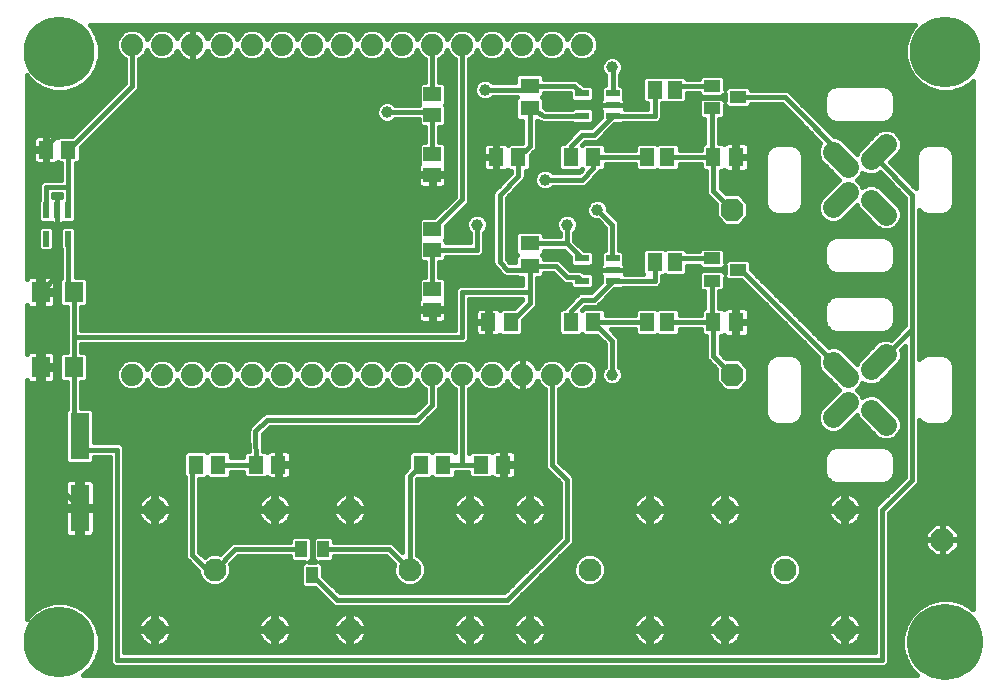
<source format=gtl>
G75*
%MOIN*%
%OFA0B0*%
%FSLAX24Y24*%
%IPPOS*%
%LPD*%
%AMOC8*
5,1,8,0,0,1.08239X$1,22.5*
%
%ADD10C,0.0709*%
%ADD11C,0.0765*%
%ADD12R,0.0512X0.0591*%
%ADD13R,0.0394X0.0551*%
%ADD14R,0.0512X0.0630*%
%ADD15C,0.0740*%
%ADD16R,0.0630X0.0709*%
%ADD17R,0.0472X0.0236*%
%ADD18R,0.0591X0.0512*%
%ADD19R,0.0551X0.0394*%
%ADD20R,0.0220X0.0520*%
%ADD21R,0.0630X0.1575*%
%ADD22OC8,0.0760*%
%ADD23R,0.0630X0.0512*%
%ADD24C,0.0160*%
%ADD25C,0.0396*%
%ADD26C,0.2362*%
%ADD27C,0.2540*%
D10*
X027545Y012909D02*
X028046Y013410D01*
X028814Y013164D02*
X029315Y012663D01*
X028046Y014257D02*
X027545Y014758D01*
X028814Y014503D02*
X029315Y015004D01*
X029315Y019663D02*
X028814Y020164D01*
X028046Y020410D02*
X027545Y019909D01*
X028046Y021257D02*
X027545Y021758D01*
X028814Y021503D02*
X029315Y022004D01*
D11*
X027930Y009833D03*
X025930Y007833D03*
X023930Y009833D03*
X021430Y009833D03*
X019430Y007833D03*
X017430Y009833D03*
X015430Y009833D03*
X013430Y007833D03*
X011430Y009833D03*
X008930Y009833D03*
X006930Y007833D03*
X004930Y009833D03*
X004930Y005833D03*
X008930Y005833D03*
X011430Y005833D03*
X015430Y005833D03*
X017430Y005833D03*
X021430Y005833D03*
X023930Y005833D03*
X027930Y005833D03*
D12*
X016554Y011333D03*
X015806Y011333D03*
X016056Y016083D03*
X016804Y016083D03*
X018806Y016083D03*
X019554Y016083D03*
X021345Y016083D03*
X022015Y016083D03*
X022265Y018083D03*
X021595Y018083D03*
X021345Y021583D03*
X022015Y021583D03*
X019554Y021583D03*
X018806Y021583D03*
X017054Y021583D03*
X016306Y021583D03*
X021595Y023833D03*
X022265Y023833D03*
X009054Y011333D03*
X008306Y011333D03*
X002054Y021833D03*
X001306Y021833D03*
D13*
X009806Y008516D03*
X010554Y008516D03*
X010180Y007650D03*
D14*
X007054Y011333D03*
X006306Y011333D03*
X013806Y011333D03*
X014554Y011333D03*
X023556Y016083D03*
X024304Y016083D03*
X024304Y021583D03*
X023556Y021583D03*
D15*
X019180Y025333D03*
X018180Y025333D03*
X017180Y025333D03*
X016180Y025333D03*
X015180Y025333D03*
X014180Y025333D03*
X013180Y025333D03*
X012180Y025333D03*
X011180Y025333D03*
X010180Y025333D03*
X009180Y025333D03*
X008180Y025333D03*
X007180Y025333D03*
X006180Y025333D03*
X005180Y025333D03*
X004180Y025333D03*
X004180Y014333D03*
X005180Y014333D03*
X006180Y014333D03*
X007180Y014333D03*
X008180Y014333D03*
X009180Y014333D03*
X010180Y014333D03*
X011180Y014333D03*
X012180Y014333D03*
X013180Y014333D03*
X014180Y014333D03*
X015180Y014333D03*
X016180Y014333D03*
X017180Y014333D03*
X018180Y014333D03*
X019180Y014333D03*
D16*
X002231Y014583D03*
X001129Y014583D03*
X001129Y017083D03*
X002231Y017083D03*
D17*
X019166Y017459D03*
X019166Y018207D03*
X020194Y018207D03*
X020194Y017833D03*
X020194Y017459D03*
X020194Y022959D03*
X020194Y023333D03*
X020194Y023707D03*
X019166Y023707D03*
X019166Y022959D03*
D18*
X014180Y022999D03*
X014180Y023668D03*
X014180Y021668D03*
X014180Y020999D03*
X014180Y019168D03*
X014180Y018499D03*
X014180Y017168D03*
X014180Y016499D03*
D19*
X023497Y017459D03*
X023497Y018207D03*
X024363Y017833D03*
X023497Y023209D03*
X023497Y023957D03*
X024363Y023583D03*
D20*
X002054Y019803D03*
X001680Y019803D03*
X001306Y019803D03*
X001306Y018863D03*
X002054Y018863D03*
D21*
X002430Y012284D03*
X002430Y009883D03*
D22*
X024180Y014333D03*
X024180Y019833D03*
X031180Y008833D03*
D23*
X017430Y017959D03*
X017430Y018707D03*
X017430Y023209D03*
X017430Y023957D03*
D24*
X002578Y004335D02*
X002541Y004313D01*
X030355Y004313D01*
X030138Y004530D01*
X029950Y004856D01*
X029852Y005220D01*
X029852Y005596D01*
X029950Y005960D01*
X030138Y006286D01*
X030404Y006552D01*
X030730Y006741D01*
X031094Y006838D01*
X031471Y006838D01*
X031834Y006741D01*
X032160Y006552D01*
X032192Y006521D01*
X032192Y024106D01*
X032106Y024020D01*
X031800Y023843D01*
X031459Y023752D01*
X031106Y023752D01*
X030765Y023843D01*
X030459Y024020D01*
X030209Y024270D01*
X030033Y024576D01*
X029941Y024917D01*
X029941Y025270D01*
X030033Y025611D01*
X030209Y025917D01*
X030266Y025973D01*
X002771Y025973D01*
X002828Y025917D01*
X003005Y025611D01*
X003096Y025270D01*
X003096Y024917D01*
X003005Y024576D01*
X002828Y024270D01*
X002578Y024020D01*
X002272Y023843D01*
X001931Y023752D01*
X001578Y023752D01*
X001237Y023843D01*
X000931Y024020D01*
X000682Y024270D01*
X000660Y024307D01*
X000660Y017531D01*
X000670Y017548D01*
X000703Y017582D01*
X000744Y017605D01*
X000790Y017618D01*
X001051Y017618D01*
X001051Y017161D01*
X001206Y017161D01*
X001206Y017618D01*
X001467Y017618D01*
X001513Y017605D01*
X001554Y017582D01*
X001588Y017548D01*
X001612Y017507D01*
X001624Y017461D01*
X001624Y017161D01*
X001206Y017161D01*
X001206Y017006D01*
X001206Y016549D01*
X001467Y016549D01*
X001513Y016561D01*
X001554Y016585D01*
X001588Y016618D01*
X001612Y016660D01*
X001624Y016705D01*
X001624Y017006D01*
X001206Y017006D01*
X001051Y017006D01*
X001051Y016549D01*
X000790Y016549D01*
X000744Y016561D01*
X000703Y016585D01*
X000670Y016618D01*
X000660Y016635D01*
X000660Y015031D01*
X000670Y015048D01*
X000703Y015082D01*
X000744Y015105D01*
X000790Y015118D01*
X001051Y015118D01*
X001051Y014661D01*
X001206Y014661D01*
X001206Y015118D01*
X001467Y015118D01*
X001513Y015105D01*
X001554Y015082D01*
X001588Y015048D01*
X001612Y015007D01*
X001624Y014961D01*
X001624Y014661D01*
X001206Y014661D01*
X001206Y014506D01*
X001206Y014049D01*
X001467Y014049D01*
X001513Y014061D01*
X001554Y014085D01*
X001588Y014118D01*
X001612Y014160D01*
X001624Y014205D01*
X001624Y014506D01*
X001206Y014506D01*
X001051Y014506D01*
X001051Y014049D01*
X000790Y014049D01*
X000744Y014061D01*
X000703Y014085D01*
X000670Y014118D01*
X000660Y014135D01*
X000660Y006194D01*
X000682Y006232D01*
X000931Y006481D01*
X001237Y006658D01*
X001578Y006749D01*
X001931Y006749D01*
X002272Y006658D01*
X002578Y006481D01*
X002828Y006232D01*
X003005Y005926D01*
X003096Y005585D01*
X003096Y005232D01*
X003005Y004890D01*
X002828Y004585D01*
X002578Y004335D01*
X002711Y004467D02*
X030201Y004467D01*
X030083Y004626D02*
X029306Y004626D01*
X029316Y004630D02*
X029383Y004697D01*
X029420Y004786D01*
X029420Y009734D01*
X030316Y010630D01*
X030383Y010697D01*
X030420Y010786D01*
X030420Y012818D01*
X030520Y012718D01*
X030697Y012645D01*
X031203Y012645D01*
X031379Y012718D01*
X031514Y012853D01*
X031587Y013029D01*
X031587Y014637D01*
X031514Y014814D01*
X031379Y014949D01*
X031203Y015022D01*
X030697Y015022D01*
X030520Y014949D01*
X030420Y014849D01*
X030420Y019818D01*
X030520Y019718D01*
X030697Y019645D01*
X031203Y019645D01*
X031379Y019718D01*
X031514Y019853D01*
X031587Y020029D01*
X031587Y021637D01*
X031514Y021814D01*
X031379Y021949D01*
X031203Y022022D01*
X030697Y022022D01*
X030520Y021949D01*
X030385Y021814D01*
X030312Y021637D01*
X030312Y020541D01*
X029446Y021407D01*
X029751Y021712D01*
X029829Y021901D01*
X029829Y022106D01*
X029751Y022295D01*
X029606Y022440D01*
X029417Y022518D01*
X029213Y022518D01*
X029024Y022440D01*
X028378Y021794D01*
X028336Y021694D01*
X027836Y022194D01*
X027647Y022272D01*
X027581Y022272D01*
X026133Y023719D01*
X026066Y023787D01*
X025978Y023823D01*
X024799Y023823D01*
X024799Y023846D01*
X024705Y023940D01*
X024021Y023940D01*
X023933Y023851D01*
X023933Y024220D01*
X023839Y024314D01*
X023155Y024314D01*
X023061Y024220D01*
X023061Y024197D01*
X022678Y024197D01*
X022587Y024289D01*
X021942Y024289D01*
X021930Y024276D01*
X021918Y024289D01*
X021273Y024289D01*
X021179Y024195D01*
X021179Y023472D01*
X021273Y023378D01*
X021355Y023378D01*
X021355Y023199D01*
X020610Y023199D01*
X020610Y023333D01*
X020194Y023333D01*
X019778Y023333D01*
X019778Y023192D01*
X019790Y023146D01*
X019798Y023132D01*
X019798Y022903D01*
X019469Y022573D01*
X019132Y022573D01*
X019044Y022537D01*
X018977Y022469D01*
X018603Y022095D01*
X018579Y022039D01*
X018484Y022039D01*
X018390Y021945D01*
X018390Y021222D01*
X018484Y021128D01*
X019128Y021128D01*
X019180Y021180D01*
X019184Y021176D01*
X019081Y021073D01*
X018196Y021073D01*
X018133Y021137D01*
X018001Y021191D01*
X017859Y021191D01*
X017727Y021137D01*
X017626Y021036D01*
X017572Y020905D01*
X017572Y020762D01*
X017626Y020630D01*
X017727Y020530D01*
X017859Y020475D01*
X018001Y020475D01*
X018133Y020530D01*
X018196Y020593D01*
X019228Y020593D01*
X019316Y020630D01*
X019383Y020697D01*
X019757Y021071D01*
X019781Y021128D01*
X019876Y021128D01*
X019970Y021222D01*
X019970Y021343D01*
X020929Y021343D01*
X020929Y021222D01*
X021023Y021128D01*
X021668Y021128D01*
X021680Y021141D01*
X021692Y021128D01*
X022337Y021128D01*
X022431Y021222D01*
X022431Y021343D01*
X023140Y021343D01*
X023140Y021202D01*
X023234Y021108D01*
X023316Y021108D01*
X023316Y020410D01*
X023353Y020321D01*
X023640Y020034D01*
X023640Y019610D01*
X023956Y019293D01*
X024404Y019293D01*
X024720Y019610D01*
X024720Y020057D01*
X024404Y020373D01*
X023979Y020373D01*
X023796Y020557D01*
X023796Y021108D01*
X023878Y021108D01*
X023916Y021146D01*
X023938Y021124D01*
X023979Y021101D01*
X024024Y021088D01*
X024256Y021088D01*
X024256Y021535D01*
X024352Y021535D01*
X024352Y021088D01*
X024584Y021088D01*
X024629Y021101D01*
X024670Y021124D01*
X024704Y021158D01*
X024728Y021199D01*
X024740Y021245D01*
X024740Y021535D01*
X024352Y021535D01*
X024352Y021631D01*
X024740Y021631D01*
X024740Y021922D01*
X024728Y021968D01*
X024704Y022009D01*
X024670Y022042D01*
X024629Y022066D01*
X024584Y022078D01*
X024352Y022078D01*
X024352Y021631D01*
X024256Y021631D01*
X024256Y022078D01*
X024024Y022078D01*
X023979Y022066D01*
X023938Y022042D01*
X023916Y022021D01*
X023878Y022058D01*
X023737Y022058D01*
X023737Y022852D01*
X023839Y022852D01*
X023933Y022946D01*
X023933Y023315D01*
X024021Y023226D01*
X024705Y023226D01*
X024799Y023320D01*
X024799Y023343D01*
X025831Y023343D01*
X027117Y022057D01*
X027109Y022049D01*
X027031Y021860D01*
X027031Y021655D01*
X027109Y021466D01*
X027742Y020833D01*
X027109Y020200D01*
X027031Y020011D01*
X027031Y019807D01*
X027109Y019618D01*
X027254Y019473D01*
X027443Y019395D01*
X027647Y019395D01*
X027836Y019473D01*
X028336Y019973D01*
X028378Y019873D01*
X029024Y019227D01*
X029213Y019149D01*
X029417Y019149D01*
X029606Y019227D01*
X029751Y019372D01*
X029829Y019561D01*
X029829Y019765D01*
X029751Y019954D01*
X029105Y020600D01*
X028916Y020678D01*
X028712Y020678D01*
X028524Y020601D01*
X028482Y020701D01*
X028350Y020833D01*
X028482Y020965D01*
X028524Y021066D01*
X028712Y020988D01*
X028916Y020988D01*
X029105Y021067D01*
X029106Y021068D01*
X029940Y020234D01*
X029940Y015968D01*
X029469Y015497D01*
X029417Y015518D01*
X029213Y015518D01*
X029024Y015440D01*
X028378Y014794D01*
X028336Y014694D01*
X027836Y015194D01*
X027647Y015272D01*
X027443Y015272D01*
X027391Y015251D01*
X024799Y017843D01*
X024799Y018096D01*
X024705Y018190D01*
X024021Y018190D01*
X023933Y018101D01*
X023933Y018470D01*
X023839Y018564D01*
X023155Y018564D01*
X023061Y018470D01*
X023061Y018447D01*
X022678Y018447D01*
X022587Y018539D01*
X021942Y018539D01*
X021930Y018526D01*
X021918Y018539D01*
X021273Y018539D01*
X021179Y018445D01*
X021179Y017722D01*
X021202Y017699D01*
X020610Y017699D01*
X020610Y017833D01*
X020194Y017833D01*
X019778Y017833D01*
X019778Y017692D01*
X019790Y017646D01*
X019798Y017632D01*
X019798Y017403D01*
X019469Y017073D01*
X019132Y017073D01*
X019044Y017037D01*
X018977Y016969D01*
X018603Y016595D01*
X018579Y016539D01*
X018484Y016539D01*
X018390Y016445D01*
X018390Y015722D01*
X018484Y015628D01*
X019128Y015628D01*
X019180Y015680D01*
X019232Y015628D01*
X019670Y015628D01*
X019940Y015358D01*
X019940Y014600D01*
X019876Y014536D01*
X019822Y014405D01*
X019822Y014262D01*
X019876Y014130D01*
X019977Y014030D01*
X020109Y013975D01*
X020251Y013975D01*
X020383Y014030D01*
X020484Y014130D01*
X020538Y014262D01*
X020538Y014405D01*
X020484Y014536D01*
X020420Y014600D01*
X020420Y015505D01*
X020383Y015593D01*
X020316Y015661D01*
X020133Y015843D01*
X020929Y015843D01*
X020929Y015722D01*
X021023Y015628D01*
X021668Y015628D01*
X021680Y015641D01*
X021692Y015628D01*
X022337Y015628D01*
X022431Y015722D01*
X022431Y015843D01*
X023140Y015843D01*
X023140Y015702D01*
X023234Y015608D01*
X023316Y015608D01*
X023316Y014910D01*
X023353Y014821D01*
X023640Y014534D01*
X023640Y014110D01*
X023956Y013793D01*
X024404Y013793D01*
X024720Y014110D01*
X024720Y014557D01*
X024404Y014873D01*
X023979Y014873D01*
X023796Y015057D01*
X023796Y015608D01*
X023878Y015608D01*
X023916Y015646D01*
X023938Y015624D01*
X023979Y015601D01*
X024024Y015588D01*
X024256Y015588D01*
X024256Y016035D01*
X024352Y016035D01*
X024352Y015588D01*
X024584Y015588D01*
X024629Y015601D01*
X024670Y015624D01*
X024704Y015658D01*
X024728Y015699D01*
X024740Y015745D01*
X024740Y016035D01*
X024352Y016035D01*
X024352Y016131D01*
X024740Y016131D01*
X024740Y016422D01*
X024728Y016468D01*
X024704Y016509D01*
X024670Y016542D01*
X024629Y016566D01*
X024584Y016578D01*
X024352Y016578D01*
X024352Y016131D01*
X024256Y016131D01*
X024256Y016578D01*
X024024Y016578D01*
X023979Y016566D01*
X023938Y016542D01*
X023916Y016521D01*
X023878Y016558D01*
X023737Y016558D01*
X023737Y017102D01*
X023839Y017102D01*
X023933Y017196D01*
X023933Y017565D01*
X024021Y017476D01*
X024487Y017476D01*
X027052Y014911D01*
X027031Y014860D01*
X027031Y014655D01*
X027109Y014466D01*
X027742Y013833D01*
X027109Y013200D01*
X027031Y013011D01*
X027031Y012807D01*
X027109Y012618D01*
X027254Y012473D01*
X027443Y012395D01*
X027647Y012395D01*
X027836Y012473D01*
X028336Y012973D01*
X028378Y012873D01*
X029024Y012227D01*
X029213Y012149D01*
X029417Y012149D01*
X029606Y012227D01*
X029751Y012372D01*
X029829Y012561D01*
X029829Y012765D01*
X029751Y012954D01*
X029105Y013600D01*
X028916Y013678D01*
X028712Y013678D01*
X028524Y013601D01*
X028482Y013701D01*
X028350Y013833D01*
X028482Y013965D01*
X028524Y014066D01*
X028712Y013988D01*
X028916Y013988D01*
X029105Y014067D01*
X029751Y014712D01*
X029829Y014901D01*
X029829Y015106D01*
X029808Y015157D01*
X029940Y015289D01*
X029940Y010933D01*
X028977Y009969D01*
X028940Y009881D01*
X028940Y005073D01*
X003920Y005073D01*
X003920Y011881D01*
X003883Y011969D01*
X003816Y012037D01*
X003728Y012073D01*
X002905Y012073D01*
X002905Y013138D01*
X002811Y013232D01*
X002471Y013232D01*
X002471Y014069D01*
X002612Y014069D01*
X002706Y014163D01*
X002706Y015004D01*
X002612Y015098D01*
X002471Y015098D01*
X002471Y015343D01*
X015228Y015343D01*
X015316Y015380D01*
X015383Y015447D01*
X015420Y015536D01*
X015420Y016843D01*
X017190Y016843D01*
X017190Y016809D01*
X016920Y016539D01*
X016482Y016539D01*
X016444Y016501D01*
X016422Y016523D01*
X016381Y016546D01*
X016336Y016559D01*
X016104Y016559D01*
X016104Y016131D01*
X016008Y016131D01*
X016008Y016035D01*
X016104Y016035D01*
X016104Y015608D01*
X016336Y015608D01*
X016381Y015620D01*
X016422Y015644D01*
X016444Y015666D01*
X016482Y015628D01*
X017126Y015628D01*
X017220Y015722D01*
X017220Y016160D01*
X017633Y016573D01*
X017670Y016662D01*
X017670Y017543D01*
X017811Y017543D01*
X017905Y017637D01*
X017905Y017719D01*
X018205Y017719D01*
X018477Y017447D01*
X018544Y017380D01*
X018632Y017343D01*
X018770Y017343D01*
X018770Y017275D01*
X018863Y017181D01*
X019468Y017181D01*
X019562Y017275D01*
X019562Y017644D01*
X019468Y017737D01*
X019227Y017737D01*
X019178Y017787D01*
X019090Y017823D01*
X018779Y017823D01*
X018440Y018163D01*
X018352Y018199D01*
X017905Y018199D01*
X017905Y018281D01*
X017853Y018333D01*
X017905Y018385D01*
X017905Y018467D01*
X018566Y018467D01*
X018770Y018264D01*
X018770Y018023D01*
X018863Y017929D01*
X019468Y017929D01*
X019562Y018023D01*
X019562Y018392D01*
X019468Y018485D01*
X019227Y018485D01*
X018920Y018793D01*
X018920Y019067D01*
X018984Y019130D01*
X019038Y019262D01*
X019038Y019405D01*
X018984Y019536D01*
X018883Y019637D01*
X018751Y019691D01*
X018609Y019691D01*
X018477Y019637D01*
X018376Y019536D01*
X018322Y019405D01*
X018322Y019262D01*
X018376Y019130D01*
X018440Y019067D01*
X018440Y018947D01*
X017905Y018947D01*
X017905Y019030D01*
X017811Y019123D01*
X017049Y019123D01*
X016955Y019030D01*
X016955Y018385D01*
X017007Y018333D01*
X016955Y018281D01*
X016955Y018073D01*
X016779Y018073D01*
X016670Y018183D01*
X016670Y020234D01*
X017257Y020821D01*
X017294Y020910D01*
X017294Y021128D01*
X017376Y021128D01*
X017470Y021222D01*
X017470Y021660D01*
X017633Y021823D01*
X017670Y021912D01*
X017670Y022793D01*
X017714Y022793D01*
X017773Y022763D01*
X017780Y022756D01*
X017815Y022741D01*
X017848Y022724D01*
X017859Y022723D01*
X017868Y022719D01*
X017906Y022719D01*
X017944Y022716D01*
X017953Y022719D01*
X018825Y022719D01*
X018863Y022681D01*
X019468Y022681D01*
X019562Y022775D01*
X019562Y023144D01*
X019468Y023237D01*
X018863Y023237D01*
X018825Y023199D01*
X017974Y023199D01*
X017905Y023235D01*
X017905Y023531D01*
X017853Y023583D01*
X017905Y023635D01*
X017905Y023717D01*
X018770Y023717D01*
X018770Y023523D01*
X018863Y023429D01*
X019468Y023429D01*
X019562Y023523D01*
X019562Y023892D01*
X019468Y023985D01*
X019227Y023985D01*
X019052Y024161D01*
X018964Y024197D01*
X017905Y024197D01*
X017905Y024280D01*
X019954Y024280D01*
X019954Y024303D02*
X019954Y023985D01*
X019892Y023985D01*
X019798Y023892D01*
X019798Y023534D01*
X019790Y023521D01*
X019778Y023475D01*
X019778Y023333D01*
X020194Y023333D01*
X020194Y023333D01*
X020194Y023333D01*
X020610Y023333D01*
X020610Y023475D01*
X020598Y023521D01*
X020590Y023534D01*
X020590Y023892D01*
X020497Y023985D01*
X020434Y023985D01*
X020434Y024331D01*
X020484Y024380D01*
X020538Y024512D01*
X020538Y024655D01*
X020484Y024786D01*
X020383Y024887D01*
X020251Y024941D01*
X020109Y024941D01*
X019977Y024887D01*
X019876Y024786D01*
X019822Y024655D01*
X019822Y024512D01*
X019876Y024380D01*
X019954Y024303D01*
X019852Y024438D02*
X015420Y024438D01*
X015420Y024280D02*
X016955Y024280D01*
X016955Y024073D01*
X016196Y024073D01*
X016133Y024137D01*
X016001Y024191D01*
X015859Y024191D01*
X015727Y024137D01*
X015626Y024036D01*
X015572Y023905D01*
X015572Y023762D01*
X015626Y023630D01*
X015727Y023530D01*
X015859Y023475D01*
X016001Y023475D01*
X016133Y023530D01*
X016196Y023593D01*
X016997Y023593D01*
X017007Y023583D01*
X016955Y023531D01*
X016955Y022887D01*
X017049Y022793D01*
X017190Y022793D01*
X017190Y022059D01*
X017170Y022039D01*
X016732Y022039D01*
X016694Y022001D01*
X016672Y022023D01*
X016631Y022046D01*
X016586Y022059D01*
X016354Y022059D01*
X016354Y021631D01*
X016258Y021631D01*
X016258Y021535D01*
X016354Y021535D01*
X016354Y021108D01*
X016586Y021108D01*
X016631Y021120D01*
X016672Y021144D01*
X016694Y021166D01*
X016732Y021128D01*
X016814Y021128D01*
X016814Y021057D01*
X016294Y020537D01*
X016227Y020469D01*
X016190Y020381D01*
X016190Y018036D01*
X016227Y017947D01*
X016477Y017697D01*
X016544Y017630D01*
X016632Y017593D01*
X016999Y017593D01*
X017049Y017543D01*
X017190Y017543D01*
X017190Y017323D01*
X015132Y017323D01*
X015044Y017287D01*
X014977Y017219D01*
X014940Y017131D01*
X014940Y015823D01*
X002471Y015823D01*
X002471Y016569D01*
X002612Y016569D01*
X002706Y016663D01*
X002706Y017504D01*
X002612Y017598D01*
X002294Y017598D01*
X002294Y018507D01*
X002324Y018537D01*
X002324Y019190D01*
X002230Y019283D01*
X001878Y019283D01*
X001784Y019190D01*
X001784Y018537D01*
X001814Y018507D01*
X001814Y017562D01*
X001756Y017504D01*
X001756Y016663D01*
X001850Y016569D01*
X001991Y016569D01*
X001991Y015098D01*
X001850Y015098D01*
X001756Y015004D01*
X001756Y014163D01*
X001850Y014069D01*
X001991Y014069D01*
X001991Y013174D01*
X001955Y013138D01*
X001955Y011430D01*
X002049Y011337D01*
X002811Y011337D01*
X002905Y011430D01*
X002905Y011593D01*
X003440Y011593D01*
X003440Y004786D01*
X003477Y004697D01*
X003544Y004630D01*
X003632Y004593D01*
X029228Y004593D01*
X029316Y004630D01*
X029419Y004784D02*
X029991Y004784D01*
X029927Y004943D02*
X029420Y004943D01*
X029420Y005101D02*
X029884Y005101D01*
X029852Y005260D02*
X029420Y005260D01*
X029420Y005418D02*
X029852Y005418D01*
X029852Y005577D02*
X029420Y005577D01*
X029420Y005735D02*
X029890Y005735D01*
X029932Y005894D02*
X029420Y005894D01*
X029420Y006052D02*
X030003Y006052D01*
X030095Y006211D02*
X029420Y006211D01*
X029420Y006369D02*
X030221Y006369D01*
X030380Y006528D02*
X029420Y006528D01*
X029420Y006686D02*
X030636Y006686D01*
X029420Y006845D02*
X032192Y006845D01*
X032192Y007003D02*
X029420Y007003D01*
X029420Y007162D02*
X032192Y007162D01*
X032192Y007320D02*
X029420Y007320D01*
X029420Y007479D02*
X032192Y007479D01*
X032192Y007637D02*
X029420Y007637D01*
X029420Y007796D02*
X032192Y007796D01*
X032192Y007954D02*
X029420Y007954D01*
X029420Y008113D02*
X032192Y008113D01*
X032192Y008271D02*
X029420Y008271D01*
X029420Y008430D02*
X030792Y008430D01*
X030948Y008273D02*
X030620Y008601D01*
X030620Y008813D01*
X031160Y008813D01*
X031200Y008813D01*
X031200Y008273D01*
X031412Y008273D01*
X031740Y008601D01*
X031740Y008813D01*
X031200Y008813D01*
X031200Y008853D01*
X031740Y008853D01*
X031740Y009065D01*
X031412Y009393D01*
X031200Y009393D01*
X031200Y008853D01*
X031160Y008853D01*
X031160Y008813D01*
X031160Y008273D01*
X030948Y008273D01*
X031160Y008430D02*
X031200Y008430D01*
X031200Y008588D02*
X031160Y008588D01*
X031160Y008747D02*
X031200Y008747D01*
X031160Y008853D02*
X030620Y008853D01*
X030620Y009065D01*
X030948Y009393D01*
X031160Y009393D01*
X031160Y008853D01*
X031160Y008905D02*
X031200Y008905D01*
X031200Y009064D02*
X031160Y009064D01*
X031160Y009222D02*
X031200Y009222D01*
X031200Y009381D02*
X031160Y009381D01*
X030936Y009381D02*
X029420Y009381D01*
X029420Y009539D02*
X032192Y009539D01*
X032192Y009381D02*
X031424Y009381D01*
X031583Y009222D02*
X032192Y009222D01*
X032192Y009064D02*
X031740Y009064D01*
X031740Y008905D02*
X032192Y008905D01*
X032192Y008747D02*
X031740Y008747D01*
X031727Y008588D02*
X032192Y008588D01*
X032192Y008430D02*
X031568Y008430D01*
X030633Y008588D02*
X029420Y008588D01*
X029420Y008747D02*
X030620Y008747D01*
X030620Y008905D02*
X029420Y008905D01*
X029420Y009064D02*
X030620Y009064D01*
X030777Y009222D02*
X029420Y009222D01*
X028940Y009222D02*
X018920Y009222D01*
X018920Y009064D02*
X028940Y009064D01*
X028940Y008905D02*
X018920Y008905D01*
X018920Y008786D02*
X018920Y010881D01*
X018883Y010969D01*
X018816Y011037D01*
X018420Y011433D01*
X018420Y013859D01*
X018480Y013884D01*
X018629Y014033D01*
X018680Y014155D01*
X018731Y014033D01*
X018880Y013884D01*
X019075Y013803D01*
X019285Y013803D01*
X019480Y013884D01*
X019629Y014033D01*
X019710Y014228D01*
X019710Y014439D01*
X019629Y014634D01*
X019480Y014783D01*
X019285Y014863D01*
X019075Y014863D01*
X018880Y014783D01*
X018731Y014634D01*
X018680Y014511D01*
X018629Y014634D01*
X018480Y014783D01*
X018285Y014863D01*
X018075Y014863D01*
X017880Y014783D01*
X017731Y014634D01*
X017691Y014539D01*
X017690Y014544D01*
X017650Y014622D01*
X017600Y014692D01*
X017538Y014753D01*
X017468Y014804D01*
X017391Y014843D01*
X017309Y014870D01*
X017223Y014883D01*
X017200Y014883D01*
X017200Y014353D01*
X017160Y014353D01*
X017160Y014883D01*
X017137Y014883D01*
X017051Y014870D01*
X016969Y014843D01*
X016892Y014804D01*
X016822Y014753D01*
X016760Y014692D01*
X016710Y014622D01*
X016670Y014544D01*
X016669Y014539D01*
X016629Y014634D01*
X016480Y014783D01*
X016285Y014863D01*
X016075Y014863D01*
X015880Y014783D01*
X015731Y014634D01*
X015680Y014511D01*
X015629Y014634D01*
X015480Y014783D01*
X015285Y014863D01*
X015075Y014863D01*
X014880Y014783D01*
X014731Y014634D01*
X014680Y014511D01*
X014629Y014634D01*
X014480Y014783D01*
X014285Y014863D01*
X014075Y014863D01*
X013880Y014783D01*
X013731Y014634D01*
X013680Y014511D01*
X013629Y014634D01*
X013480Y014783D01*
X013285Y014863D01*
X013075Y014863D01*
X012880Y014783D01*
X012731Y014634D01*
X012680Y014511D01*
X012629Y014634D01*
X012480Y014783D01*
X012285Y014863D01*
X012075Y014863D01*
X011880Y014783D01*
X011731Y014634D01*
X011680Y014511D01*
X011629Y014634D01*
X011480Y014783D01*
X011285Y014863D01*
X011075Y014863D01*
X010880Y014783D01*
X010731Y014634D01*
X010680Y014511D01*
X010629Y014634D01*
X010480Y014783D01*
X010285Y014863D01*
X010075Y014863D01*
X009880Y014783D01*
X009731Y014634D01*
X009680Y014511D01*
X009629Y014634D01*
X009480Y014783D01*
X009285Y014863D01*
X009075Y014863D01*
X008880Y014783D01*
X008731Y014634D01*
X008680Y014511D01*
X008629Y014634D01*
X008480Y014783D01*
X008285Y014863D01*
X008075Y014863D01*
X007880Y014783D01*
X007731Y014634D01*
X007680Y014511D01*
X007629Y014634D01*
X007480Y014783D01*
X007285Y014863D01*
X007075Y014863D01*
X006880Y014783D01*
X006731Y014634D01*
X006680Y014511D01*
X006629Y014634D01*
X006480Y014783D01*
X006285Y014863D01*
X006075Y014863D01*
X005880Y014783D01*
X005731Y014634D01*
X005680Y014511D01*
X005629Y014634D01*
X005480Y014783D01*
X005285Y014863D01*
X005075Y014863D01*
X004880Y014783D01*
X004731Y014634D01*
X004680Y014511D01*
X004629Y014634D01*
X004480Y014783D01*
X004285Y014863D01*
X004075Y014863D01*
X003880Y014783D01*
X003731Y014634D01*
X003650Y014439D01*
X003650Y014228D01*
X003731Y014033D01*
X003880Y013884D01*
X004075Y013803D01*
X004285Y013803D01*
X004480Y013884D01*
X004629Y014033D01*
X004680Y014155D01*
X004731Y014033D01*
X004880Y013884D01*
X005075Y013803D01*
X005285Y013803D01*
X005480Y013884D01*
X005629Y014033D01*
X005680Y014155D01*
X005731Y014033D01*
X005880Y013884D01*
X006075Y013803D01*
X006285Y013803D01*
X006480Y013884D01*
X006629Y014033D01*
X006680Y014155D01*
X006731Y014033D01*
X006880Y013884D01*
X007075Y013803D01*
X007285Y013803D01*
X007480Y013884D01*
X007629Y014033D01*
X007680Y014155D01*
X007731Y014033D01*
X007880Y013884D01*
X008075Y013803D01*
X008285Y013803D01*
X008480Y013884D01*
X008629Y014033D01*
X008680Y014155D01*
X008731Y014033D01*
X008880Y013884D01*
X009075Y013803D01*
X009285Y013803D01*
X009480Y013884D01*
X009629Y014033D01*
X009680Y014155D01*
X009731Y014033D01*
X009880Y013884D01*
X010075Y013803D01*
X010285Y013803D01*
X010480Y013884D01*
X010629Y014033D01*
X010680Y014155D01*
X010731Y014033D01*
X010880Y013884D01*
X011075Y013803D01*
X011285Y013803D01*
X011480Y013884D01*
X011629Y014033D01*
X011680Y014155D01*
X011731Y014033D01*
X011880Y013884D01*
X012075Y013803D01*
X012285Y013803D01*
X012480Y013884D01*
X012629Y014033D01*
X012680Y014155D01*
X012731Y014033D01*
X012880Y013884D01*
X013075Y013803D01*
X013285Y013803D01*
X013480Y013884D01*
X013629Y014033D01*
X013680Y014155D01*
X013731Y014033D01*
X013880Y013884D01*
X013940Y013859D01*
X013940Y013433D01*
X013581Y013073D01*
X008632Y013073D01*
X008544Y013037D01*
X008477Y012969D01*
X008149Y012642D01*
X008147Y012641D01*
X008115Y012608D01*
X008083Y012576D01*
X008082Y012574D01*
X008080Y012572D01*
X008064Y012530D01*
X008046Y012487D01*
X008046Y012485D01*
X008045Y012483D01*
X008046Y012438D01*
X008046Y012392D01*
X008047Y012390D01*
X008058Y011789D01*
X007984Y011789D01*
X007890Y011695D01*
X007890Y011573D01*
X007470Y011573D01*
X007470Y011715D01*
X007376Y011808D01*
X006732Y011808D01*
X006680Y011756D01*
X006628Y011808D01*
X005984Y011808D01*
X005890Y011715D01*
X005890Y010952D01*
X005940Y010902D01*
X005940Y008286D01*
X005977Y008197D01*
X006044Y008130D01*
X006388Y007786D01*
X006388Y007725D01*
X006470Y007526D01*
X006623Y007373D01*
X006822Y007291D01*
X007038Y007291D01*
X007237Y007373D01*
X007390Y007526D01*
X007472Y007725D01*
X007472Y007941D01*
X007445Y008009D01*
X007712Y008276D01*
X009449Y008276D01*
X009449Y008175D01*
X009543Y008081D01*
X009912Y008081D01*
X009823Y007992D01*
X009823Y007308D01*
X009917Y007215D01*
X010276Y007215D01*
X010861Y006630D01*
X010949Y006593D01*
X016728Y006593D01*
X016816Y006630D01*
X016883Y006697D01*
X018883Y008697D01*
X018920Y008786D01*
X018904Y008747D02*
X028940Y008747D01*
X028940Y008588D02*
X018774Y008588D01*
X018616Y008430D02*
X028940Y008430D01*
X028940Y008271D02*
X026259Y008271D01*
X026237Y008293D02*
X026038Y008376D01*
X025822Y008376D01*
X025623Y008293D01*
X025470Y008141D01*
X025388Y007941D01*
X025388Y007725D01*
X025470Y007526D01*
X025623Y007373D01*
X025822Y007291D01*
X026038Y007291D01*
X026237Y007373D01*
X026390Y007526D01*
X026472Y007725D01*
X026472Y007941D01*
X026390Y008141D01*
X026237Y008293D01*
X026401Y008113D02*
X028940Y008113D01*
X028940Y007954D02*
X026467Y007954D01*
X026472Y007796D02*
X028940Y007796D01*
X028940Y007637D02*
X026436Y007637D01*
X026343Y007479D02*
X028940Y007479D01*
X028940Y007320D02*
X026109Y007320D01*
X025751Y007320D02*
X019609Y007320D01*
X019538Y007291D02*
X019737Y007373D01*
X019890Y007526D01*
X019972Y007725D01*
X019972Y007941D01*
X019890Y008141D01*
X019737Y008293D01*
X019538Y008376D01*
X019322Y008376D01*
X019123Y008293D01*
X018970Y008141D01*
X018888Y007941D01*
X018888Y007725D01*
X018970Y007526D01*
X019123Y007373D01*
X019322Y007291D01*
X019538Y007291D01*
X019251Y007320D02*
X017506Y007320D01*
X017348Y007162D02*
X028940Y007162D01*
X028940Y007003D02*
X017189Y007003D01*
X017031Y006845D02*
X028940Y006845D01*
X028940Y006686D02*
X016872Y006686D01*
X016680Y006833D02*
X010997Y006833D01*
X010180Y007650D01*
X010537Y007637D02*
X012924Y007637D01*
X012888Y007725D02*
X012970Y007526D01*
X013123Y007373D01*
X013322Y007291D01*
X013538Y007291D01*
X013737Y007373D01*
X013890Y007526D01*
X013972Y007725D01*
X013972Y007941D01*
X013890Y008141D01*
X013737Y008293D01*
X013670Y008321D01*
X013670Y010858D01*
X013670Y010858D01*
X014128Y010858D01*
X014180Y010910D01*
X014232Y010858D01*
X014876Y010858D01*
X014970Y010952D01*
X014970Y011093D01*
X015390Y011093D01*
X015390Y010972D01*
X015484Y010878D01*
X016128Y010878D01*
X016166Y010916D01*
X016188Y010894D01*
X016229Y010870D01*
X016274Y010858D01*
X016506Y010858D01*
X016506Y011285D01*
X016602Y011285D01*
X016602Y010858D01*
X016834Y010858D01*
X016879Y010870D01*
X016920Y010894D01*
X016954Y010928D01*
X016978Y010969D01*
X016990Y011014D01*
X016990Y011285D01*
X016602Y011285D01*
X016602Y011381D01*
X016990Y011381D01*
X016990Y011652D01*
X016978Y011698D01*
X016954Y011739D01*
X016920Y011773D01*
X016879Y011796D01*
X016834Y011809D01*
X016602Y011809D01*
X016602Y011381D01*
X016506Y011381D01*
X016506Y011809D01*
X016274Y011809D01*
X016229Y011796D01*
X016188Y011773D01*
X016166Y011751D01*
X016128Y011789D01*
X015484Y011789D01*
X015420Y011725D01*
X015420Y013859D01*
X015480Y013884D01*
X015629Y014033D01*
X015680Y014155D01*
X015731Y014033D01*
X015880Y013884D01*
X016075Y013803D01*
X016285Y013803D01*
X016480Y013884D01*
X016629Y014033D01*
X016669Y014128D01*
X016670Y014122D01*
X016710Y014045D01*
X016760Y013975D01*
X016822Y013914D01*
X016892Y013863D01*
X016969Y013824D01*
X017051Y013797D01*
X017137Y013783D01*
X017160Y013783D01*
X017160Y014313D01*
X017200Y014313D01*
X017200Y013783D01*
X017223Y013783D01*
X017309Y013797D01*
X017391Y013824D01*
X017468Y013863D01*
X017538Y013914D01*
X017600Y013975D01*
X017650Y014045D01*
X017690Y014122D01*
X017691Y014128D01*
X017731Y014033D01*
X017880Y013884D01*
X017940Y013859D01*
X017940Y011286D01*
X017977Y011197D01*
X018440Y010734D01*
X018440Y008933D01*
X016581Y007073D01*
X011096Y007073D01*
X010537Y007633D01*
X010537Y007992D01*
X010448Y008081D01*
X010817Y008081D01*
X010911Y008175D01*
X010911Y008276D01*
X012648Y008276D01*
X012915Y008009D01*
X012888Y007941D01*
X012888Y007725D01*
X012888Y007796D02*
X010537Y007796D01*
X010537Y007954D02*
X012893Y007954D01*
X012811Y008113D02*
X010849Y008113D01*
X010911Y008271D02*
X012653Y008271D01*
X012747Y008516D02*
X013430Y007833D01*
X013430Y010957D01*
X013806Y011333D01*
X013390Y011283D02*
X009490Y011283D01*
X009490Y011285D02*
X009102Y011285D01*
X009102Y010858D01*
X009334Y010858D01*
X009379Y010870D01*
X009420Y010894D01*
X009454Y010928D01*
X009478Y010969D01*
X009490Y011014D01*
X009490Y011285D01*
X009490Y011381D02*
X009490Y011652D01*
X009478Y011698D01*
X009454Y011739D01*
X009420Y011773D01*
X009379Y011796D01*
X009334Y011809D01*
X009102Y011809D01*
X009102Y011381D01*
X009490Y011381D01*
X009490Y011441D02*
X013390Y011441D01*
X013390Y011600D02*
X009490Y011600D01*
X009435Y011758D02*
X013434Y011758D01*
X013390Y011715D02*
X013390Y011257D01*
X013227Y011093D01*
X013190Y011005D01*
X013190Y008413D01*
X012883Y008720D01*
X012795Y008756D01*
X010911Y008756D01*
X010911Y008858D01*
X010817Y008952D01*
X010291Y008952D01*
X010197Y008858D01*
X010197Y008175D01*
X010286Y008086D01*
X010074Y008086D01*
X010163Y008175D01*
X010163Y008858D01*
X010069Y008952D01*
X009543Y008952D01*
X009449Y008858D01*
X009449Y008756D01*
X007565Y008756D01*
X007477Y008720D01*
X007105Y008348D01*
X007038Y008376D01*
X006822Y008376D01*
X006623Y008293D01*
X006591Y008262D01*
X006420Y008433D01*
X006420Y010858D01*
X006628Y010858D01*
X006680Y010910D01*
X006732Y010858D01*
X007376Y010858D01*
X007470Y010952D01*
X007470Y011093D01*
X007890Y011093D01*
X007890Y010972D01*
X007984Y010878D01*
X008628Y010878D01*
X008666Y010916D01*
X008688Y010894D01*
X008729Y010870D01*
X008774Y010858D01*
X009006Y010858D01*
X009006Y011285D01*
X009102Y011285D01*
X009102Y011381D01*
X009006Y011381D01*
X009006Y011809D01*
X008774Y011809D01*
X008729Y011796D01*
X008688Y011773D01*
X008666Y011751D01*
X008628Y011789D01*
X008538Y011789D01*
X008528Y012342D01*
X008779Y012593D01*
X013728Y012593D01*
X013816Y012630D01*
X014316Y013130D01*
X014383Y013197D01*
X014420Y013286D01*
X014420Y013859D01*
X014480Y013884D01*
X014629Y014033D01*
X014680Y014155D01*
X014731Y014033D01*
X014880Y013884D01*
X014940Y013859D01*
X014940Y011744D01*
X014876Y011808D01*
X014232Y011808D01*
X014180Y011756D01*
X014128Y011808D01*
X013484Y011808D01*
X013390Y011715D01*
X013258Y011124D02*
X009490Y011124D01*
X009476Y010966D02*
X013190Y010966D01*
X013190Y010807D02*
X006420Y010807D01*
X006420Y010649D02*
X013190Y010649D01*
X013190Y010490D02*
X006420Y010490D01*
X006420Y010332D02*
X008669Y010332D01*
X008635Y010314D02*
X008564Y010262D01*
X008501Y010200D01*
X008449Y010128D01*
X008409Y010049D01*
X008381Y009965D01*
X008368Y009881D01*
X008882Y009881D01*
X008882Y009786D01*
X008368Y009786D01*
X008381Y009702D01*
X008409Y009617D01*
X008449Y009539D01*
X008501Y009467D01*
X008564Y009404D01*
X008635Y009352D01*
X008714Y009312D01*
X008798Y009285D01*
X008882Y009271D01*
X008882Y009786D01*
X008978Y009786D01*
X008978Y009881D01*
X009492Y009881D01*
X009479Y009965D01*
X009451Y010049D01*
X009411Y010128D01*
X009359Y010200D01*
X009296Y010262D01*
X009225Y010314D01*
X009146Y010355D01*
X009062Y010382D01*
X008978Y010395D01*
X008978Y009881D01*
X008882Y009881D01*
X008882Y010395D01*
X008798Y010382D01*
X008714Y010355D01*
X008635Y010314D01*
X008482Y010173D02*
X006420Y010173D01*
X006420Y010015D02*
X008398Y010015D01*
X008383Y009698D02*
X006420Y009698D01*
X006420Y009856D02*
X008882Y009856D01*
X008978Y009856D02*
X011382Y009856D01*
X011382Y009881D02*
X011382Y009786D01*
X010868Y009786D01*
X010881Y009702D01*
X010909Y009617D01*
X010949Y009539D01*
X011001Y009467D01*
X011064Y009404D01*
X011135Y009352D01*
X011214Y009312D01*
X011298Y009285D01*
X011382Y009271D01*
X011382Y009786D01*
X011478Y009786D01*
X011478Y009881D01*
X011992Y009881D01*
X011979Y009965D01*
X011951Y010049D01*
X011911Y010128D01*
X011859Y010200D01*
X011796Y010262D01*
X011725Y010314D01*
X011646Y010355D01*
X011562Y010382D01*
X011478Y010395D01*
X011478Y009881D01*
X011382Y009881D01*
X010868Y009881D01*
X010881Y009965D01*
X010909Y010049D01*
X010949Y010128D01*
X011001Y010200D01*
X011064Y010262D01*
X011135Y010314D01*
X011214Y010355D01*
X011298Y010382D01*
X011382Y010395D01*
X011382Y009881D01*
X011478Y009856D02*
X013190Y009856D01*
X013190Y009698D02*
X011977Y009698D01*
X011979Y009702D02*
X011992Y009786D01*
X011478Y009786D01*
X011478Y009271D01*
X011562Y009285D01*
X011646Y009312D01*
X011725Y009352D01*
X011796Y009404D01*
X011859Y009467D01*
X011911Y009539D01*
X011951Y009617D01*
X011979Y009702D01*
X011912Y009539D02*
X013190Y009539D01*
X013190Y009381D02*
X011764Y009381D01*
X011478Y009381D02*
X011382Y009381D01*
X011382Y009539D02*
X011478Y009539D01*
X011478Y009698D02*
X011382Y009698D01*
X011382Y010015D02*
X011478Y010015D01*
X011478Y010173D02*
X011382Y010173D01*
X011382Y010332D02*
X011478Y010332D01*
X011691Y010332D02*
X013190Y010332D01*
X013190Y010173D02*
X011878Y010173D01*
X011962Y010015D02*
X013190Y010015D01*
X013670Y010015D02*
X014898Y010015D01*
X014909Y010049D02*
X014881Y009965D01*
X014868Y009881D01*
X015382Y009881D01*
X015382Y009786D01*
X014868Y009786D01*
X014881Y009702D01*
X014909Y009617D01*
X014949Y009539D01*
X015001Y009467D01*
X015064Y009404D01*
X015135Y009352D01*
X015214Y009312D01*
X015298Y009285D01*
X015382Y009271D01*
X015382Y009786D01*
X015478Y009786D01*
X015478Y009881D01*
X015992Y009881D01*
X015979Y009965D01*
X015951Y010049D01*
X015911Y010128D01*
X015859Y010200D01*
X015796Y010262D01*
X015725Y010314D01*
X015646Y010355D01*
X015562Y010382D01*
X015478Y010395D01*
X015478Y009881D01*
X015382Y009881D01*
X015382Y010395D01*
X015298Y010382D01*
X015214Y010355D01*
X015135Y010314D01*
X015064Y010262D01*
X015001Y010200D01*
X014949Y010128D01*
X014909Y010049D01*
X014982Y010173D02*
X013670Y010173D01*
X013670Y010332D02*
X015169Y010332D01*
X015382Y010332D02*
X015478Y010332D01*
X015478Y010173D02*
X015382Y010173D01*
X015382Y010015D02*
X015478Y010015D01*
X015478Y009856D02*
X017382Y009856D01*
X017382Y009881D02*
X017382Y009786D01*
X016868Y009786D01*
X016881Y009702D01*
X016909Y009617D01*
X016949Y009539D01*
X017001Y009467D01*
X017064Y009404D01*
X017135Y009352D01*
X017214Y009312D01*
X017298Y009285D01*
X017382Y009271D01*
X017382Y009786D01*
X017478Y009786D01*
X017478Y009881D01*
X017992Y009881D01*
X017979Y009965D01*
X017951Y010049D01*
X017911Y010128D01*
X017859Y010200D01*
X017796Y010262D01*
X017725Y010314D01*
X017646Y010355D01*
X017562Y010382D01*
X017478Y010395D01*
X017478Y009881D01*
X017382Y009881D01*
X016868Y009881D01*
X016881Y009965D01*
X016909Y010049D01*
X016949Y010128D01*
X017001Y010200D01*
X017064Y010262D01*
X017135Y010314D01*
X017214Y010355D01*
X017298Y010382D01*
X017382Y010395D01*
X017382Y009881D01*
X017478Y009856D02*
X018440Y009856D01*
X018440Y009698D02*
X017977Y009698D01*
X017979Y009702D02*
X017992Y009786D01*
X017478Y009786D01*
X017478Y009271D01*
X017562Y009285D01*
X017646Y009312D01*
X017725Y009352D01*
X017796Y009404D01*
X017859Y009467D01*
X017911Y009539D01*
X017951Y009617D01*
X017979Y009702D01*
X017912Y009539D02*
X018440Y009539D01*
X018440Y009381D02*
X017764Y009381D01*
X017478Y009381D02*
X017382Y009381D01*
X017382Y009539D02*
X017478Y009539D01*
X017478Y009698D02*
X017382Y009698D01*
X017382Y010015D02*
X017478Y010015D01*
X017478Y010173D02*
X017382Y010173D01*
X017382Y010332D02*
X017478Y010332D01*
X017691Y010332D02*
X018440Y010332D01*
X018440Y010490D02*
X013670Y010490D01*
X013670Y010649D02*
X018440Y010649D01*
X018367Y010807D02*
X013670Y010807D01*
X014554Y011333D02*
X015180Y011333D01*
X015180Y014333D01*
X014688Y014136D02*
X014672Y014136D01*
X014574Y013977D02*
X014786Y013977D01*
X014940Y013819D02*
X014420Y013819D01*
X014420Y013660D02*
X014940Y013660D01*
X014940Y013502D02*
X014420Y013502D01*
X014420Y013343D02*
X014940Y013343D01*
X014940Y013185D02*
X014371Y013185D01*
X014212Y013026D02*
X014940Y013026D01*
X014940Y012868D02*
X014054Y012868D01*
X013895Y012709D02*
X014940Y012709D01*
X014940Y012551D02*
X008737Y012551D01*
X008578Y012392D02*
X014940Y012392D01*
X014940Y012234D02*
X008530Y012234D01*
X008533Y012075D02*
X014940Y012075D01*
X014940Y011917D02*
X008536Y011917D01*
X008658Y011758D02*
X008673Y011758D01*
X009006Y011758D02*
X009102Y011758D01*
X009102Y011600D02*
X009006Y011600D01*
X009006Y011441D02*
X009102Y011441D01*
X009102Y011283D02*
X009006Y011283D01*
X009006Y011124D02*
X009102Y011124D01*
X009102Y010966D02*
X009006Y010966D01*
X008978Y010332D02*
X008882Y010332D01*
X008882Y010173D02*
X008978Y010173D01*
X008978Y010015D02*
X008882Y010015D01*
X008978Y009786D02*
X009492Y009786D01*
X009479Y009702D01*
X009451Y009617D01*
X009411Y009539D01*
X009359Y009467D01*
X009296Y009404D01*
X009225Y009352D01*
X009146Y009312D01*
X009062Y009285D01*
X008978Y009271D01*
X008978Y009786D01*
X008978Y009698D02*
X008882Y009698D01*
X008882Y009539D02*
X008978Y009539D01*
X008978Y009381D02*
X008882Y009381D01*
X008596Y009381D02*
X006420Y009381D01*
X006420Y009539D02*
X008448Y009539D01*
X009264Y009381D02*
X011096Y009381D01*
X010948Y009539D02*
X009412Y009539D01*
X009477Y009698D02*
X010883Y009698D01*
X010898Y010015D02*
X009462Y010015D01*
X009378Y010173D02*
X010982Y010173D01*
X011169Y010332D02*
X009191Y010332D01*
X008306Y011333D02*
X008286Y012440D01*
X008680Y012833D01*
X013680Y012833D01*
X014180Y013333D01*
X014180Y014333D01*
X013688Y014136D02*
X013672Y014136D01*
X013574Y013977D02*
X013786Y013977D01*
X013940Y013819D02*
X013323Y013819D01*
X013037Y013819D02*
X012323Y013819D01*
X012037Y013819D02*
X011323Y013819D01*
X011037Y013819D02*
X010323Y013819D01*
X010037Y013819D02*
X009323Y013819D01*
X009037Y013819D02*
X008323Y013819D01*
X008037Y013819D02*
X007323Y013819D01*
X007037Y013819D02*
X006323Y013819D01*
X006037Y013819D02*
X005323Y013819D01*
X005037Y013819D02*
X004323Y013819D01*
X004037Y013819D02*
X002471Y013819D01*
X002471Y013977D02*
X003786Y013977D01*
X003688Y014136D02*
X002679Y014136D01*
X002706Y014294D02*
X003650Y014294D01*
X003656Y014453D02*
X002706Y014453D01*
X002706Y014611D02*
X003721Y014611D01*
X003867Y014770D02*
X002706Y014770D01*
X002706Y014928D02*
X019940Y014928D01*
X019940Y014770D02*
X019493Y014770D01*
X019639Y014611D02*
X019940Y014611D01*
X019842Y014453D02*
X019704Y014453D01*
X019710Y014294D02*
X019822Y014294D01*
X019874Y014136D02*
X019672Y014136D01*
X019574Y013977D02*
X020104Y013977D01*
X020256Y013977D02*
X023772Y013977D01*
X023640Y014136D02*
X020486Y014136D01*
X020538Y014294D02*
X023640Y014294D01*
X023640Y014453D02*
X020518Y014453D01*
X020420Y014611D02*
X023563Y014611D01*
X023404Y014770D02*
X020420Y014770D01*
X020420Y014928D02*
X023316Y014928D01*
X023316Y015087D02*
X020420Y015087D01*
X020420Y015245D02*
X023316Y015245D01*
X023316Y015404D02*
X020420Y015404D01*
X020396Y015562D02*
X023316Y015562D01*
X023140Y015721D02*
X022430Y015721D01*
X022015Y016083D02*
X023556Y016083D01*
X023556Y014957D01*
X024180Y014333D01*
X024588Y013977D02*
X025273Y013977D01*
X025273Y013819D02*
X024429Y013819D01*
X024720Y014136D02*
X025273Y014136D01*
X025273Y014294D02*
X024720Y014294D01*
X024720Y014453D02*
X025273Y014453D01*
X025273Y014611D02*
X024666Y014611D01*
X024507Y014770D02*
X025328Y014770D01*
X025346Y014814D02*
X025273Y014637D01*
X025273Y013029D01*
X025346Y012853D01*
X025481Y012718D01*
X025657Y012645D01*
X026163Y012645D01*
X026340Y012718D01*
X026475Y012853D01*
X026548Y013029D01*
X026548Y013220D01*
X026548Y014447D01*
X026548Y014637D01*
X026475Y014814D01*
X026340Y014949D01*
X026163Y015022D01*
X025657Y015022D01*
X025481Y014949D01*
X025346Y014814D01*
X025460Y014928D02*
X023924Y014928D01*
X023796Y015087D02*
X026876Y015087D01*
X026718Y015245D02*
X023796Y015245D01*
X023796Y015404D02*
X026559Y015404D01*
X026401Y015562D02*
X023796Y015562D01*
X024256Y015721D02*
X024352Y015721D01*
X024352Y015879D02*
X024256Y015879D01*
X024352Y016038D02*
X025925Y016038D01*
X025767Y016196D02*
X024740Y016196D01*
X024740Y016355D02*
X025608Y016355D01*
X025450Y016513D02*
X024699Y016513D01*
X024352Y016513D02*
X024256Y016513D01*
X024256Y016355D02*
X024352Y016355D01*
X024352Y016196D02*
X024256Y016196D01*
X024740Y015879D02*
X026084Y015879D01*
X026242Y015721D02*
X024734Y015721D01*
X023556Y016083D02*
X023497Y016142D01*
X023497Y017459D01*
X023061Y017464D02*
X021835Y017464D01*
X021835Y017412D02*
X021835Y017628D01*
X021918Y017628D01*
X021930Y017641D01*
X021942Y017628D01*
X022587Y017628D01*
X022681Y017722D01*
X022681Y017967D01*
X023061Y017967D01*
X023061Y017944D01*
X023155Y017850D01*
X023839Y017850D01*
X023927Y017939D01*
X023927Y017727D01*
X023839Y017816D01*
X023155Y017816D01*
X023061Y017722D01*
X023061Y017196D01*
X023155Y017102D01*
X023257Y017102D01*
X023257Y016558D01*
X023234Y016558D01*
X023140Y016465D01*
X023140Y016323D01*
X022431Y016323D01*
X022431Y016445D01*
X022337Y016539D01*
X021692Y016539D01*
X021680Y016526D01*
X021668Y016539D01*
X021023Y016539D01*
X020929Y016445D01*
X020929Y016323D01*
X019970Y016323D01*
X019970Y016445D01*
X019876Y016539D01*
X019232Y016539D01*
X019180Y016487D01*
X019176Y016490D01*
X019279Y016593D01*
X019616Y016593D01*
X019704Y016630D01*
X020255Y017181D01*
X020497Y017181D01*
X020535Y017219D01*
X021643Y017219D01*
X021731Y017256D01*
X021799Y017323D01*
X021835Y017412D01*
X021781Y017306D02*
X023061Y017306D01*
X023110Y017147D02*
X020222Y017147D01*
X020063Y016989D02*
X023257Y016989D01*
X023257Y016830D02*
X019905Y016830D01*
X019746Y016672D02*
X023257Y016672D01*
X023189Y016513D02*
X022362Y016513D01*
X022431Y016355D02*
X023140Y016355D01*
X023737Y016672D02*
X025291Y016672D01*
X025133Y016830D02*
X023737Y016830D01*
X023737Y016989D02*
X024974Y016989D01*
X024816Y017147D02*
X023884Y017147D01*
X023933Y017306D02*
X024657Y017306D01*
X024499Y017464D02*
X023933Y017464D01*
X023927Y017781D02*
X023874Y017781D01*
X024363Y017833D02*
X024613Y017690D01*
X028046Y014257D01*
X027598Y013977D02*
X026548Y013977D01*
X026548Y013819D02*
X027728Y013819D01*
X027569Y013660D02*
X026548Y013660D01*
X026548Y013502D02*
X027411Y013502D01*
X027252Y013343D02*
X026548Y013343D01*
X026548Y013185D02*
X027103Y013185D01*
X027037Y013026D02*
X026547Y013026D01*
X026481Y012868D02*
X027031Y012868D01*
X027071Y012709D02*
X026319Y012709D01*
X025501Y012709D02*
X018420Y012709D01*
X018420Y012551D02*
X027176Y012551D01*
X027449Y011878D02*
X027314Y011743D01*
X027241Y011567D01*
X027241Y011061D01*
X027314Y010884D01*
X027449Y010749D01*
X027626Y010676D01*
X029234Y010676D01*
X029411Y010749D01*
X029546Y010884D01*
X029619Y011061D01*
X029619Y011567D01*
X029546Y011743D01*
X029411Y011878D01*
X029234Y011951D01*
X029043Y011951D01*
X027817Y011951D01*
X027626Y011951D01*
X027449Y011878D01*
X027543Y011917D02*
X018420Y011917D01*
X018420Y012075D02*
X029940Y012075D01*
X029940Y011917D02*
X029317Y011917D01*
X029530Y011758D02*
X029940Y011758D01*
X029940Y011600D02*
X029605Y011600D01*
X029619Y011441D02*
X029940Y011441D01*
X029940Y011283D02*
X029619Y011283D01*
X029619Y011124D02*
X029940Y011124D01*
X029940Y010966D02*
X029579Y010966D01*
X029469Y010807D02*
X029815Y010807D01*
X029656Y010649D02*
X018920Y010649D01*
X018920Y010807D02*
X027391Y010807D01*
X027281Y010966D02*
X018885Y010966D01*
X018728Y011124D02*
X027241Y011124D01*
X027241Y011283D02*
X018570Y011283D01*
X018420Y011441D02*
X027241Y011441D01*
X027255Y011600D02*
X018420Y011600D01*
X018420Y011758D02*
X027330Y011758D01*
X027914Y012551D02*
X028700Y012551D01*
X028858Y012392D02*
X018420Y012392D01*
X018420Y012234D02*
X029017Y012234D01*
X029613Y012234D02*
X029940Y012234D01*
X029940Y012392D02*
X029760Y012392D01*
X029825Y012551D02*
X029940Y012551D01*
X029940Y012709D02*
X029829Y012709D01*
X029787Y012868D02*
X029940Y012868D01*
X029940Y013026D02*
X029679Y013026D01*
X029520Y013185D02*
X029940Y013185D01*
X029940Y013343D02*
X029362Y013343D01*
X029203Y013502D02*
X029940Y013502D01*
X029940Y013660D02*
X028960Y013660D01*
X028668Y013660D02*
X028499Y013660D01*
X028365Y013819D02*
X029940Y013819D01*
X029940Y013977D02*
X028487Y013977D01*
X028814Y014503D02*
X030145Y015833D01*
X030180Y015833D01*
X030180Y010833D01*
X029180Y009833D01*
X029180Y004833D01*
X003680Y004833D01*
X003680Y011833D01*
X002680Y011833D01*
X002430Y012083D01*
X002430Y012284D01*
X002231Y012483D01*
X002231Y014583D01*
X002231Y015583D01*
X015180Y015583D01*
X015180Y017083D01*
X017430Y017083D01*
X017430Y016709D01*
X016804Y016083D01*
X016457Y016513D02*
X016432Y016513D01*
X016104Y016513D02*
X016008Y016513D01*
X016008Y016559D02*
X015776Y016559D01*
X015731Y016546D01*
X015690Y016523D01*
X015656Y016489D01*
X015632Y016448D01*
X015620Y016402D01*
X015620Y016131D01*
X016008Y016131D01*
X016008Y016559D01*
X016008Y016355D02*
X016104Y016355D01*
X016104Y016196D02*
X016008Y016196D01*
X016008Y016038D02*
X015420Y016038D01*
X015420Y016196D02*
X015620Y016196D01*
X015620Y016355D02*
X015420Y016355D01*
X015420Y016513D02*
X015680Y016513D01*
X015420Y016672D02*
X017053Y016672D01*
X017190Y016830D02*
X015420Y016830D01*
X014940Y016830D02*
X014639Y016830D01*
X014643Y016824D02*
X014632Y016843D01*
X014635Y016846D01*
X014635Y017490D01*
X014542Y017584D01*
X014420Y017584D01*
X014420Y018083D01*
X014542Y018083D01*
X014635Y018177D01*
X014635Y018259D01*
X015728Y018259D01*
X015816Y018295D01*
X015883Y018363D01*
X015920Y018451D01*
X015920Y019067D01*
X015984Y019130D01*
X016038Y019262D01*
X016038Y019405D01*
X015984Y019536D01*
X015883Y019637D01*
X015751Y019691D01*
X015609Y019691D01*
X015477Y019637D01*
X015376Y019536D01*
X015322Y019405D01*
X015322Y019262D01*
X015376Y019130D01*
X015440Y019067D01*
X015440Y018739D01*
X014635Y018739D01*
X014635Y018821D01*
X014623Y018833D01*
X014635Y018846D01*
X014635Y019284D01*
X015383Y020032D01*
X015420Y020120D01*
X015420Y024859D01*
X015480Y024884D01*
X015629Y025033D01*
X015680Y025155D01*
X015731Y025033D01*
X015880Y024884D01*
X016075Y024803D01*
X016285Y024803D01*
X016480Y024884D01*
X016629Y025033D01*
X016680Y025155D01*
X016731Y025033D01*
X016880Y024884D01*
X017075Y024803D01*
X017285Y024803D01*
X017480Y024884D01*
X017629Y025033D01*
X017680Y025155D01*
X017731Y025033D01*
X017880Y024884D01*
X018075Y024803D01*
X018285Y024803D01*
X018480Y024884D01*
X018629Y025033D01*
X018680Y025155D01*
X018731Y025033D01*
X018880Y024884D01*
X019075Y024803D01*
X019285Y024803D01*
X019480Y024884D01*
X019629Y025033D01*
X019710Y025228D01*
X019710Y025439D01*
X019629Y025634D01*
X019480Y025783D01*
X019285Y025863D01*
X019075Y025863D01*
X018880Y025783D01*
X018731Y025634D01*
X018680Y025511D01*
X018629Y025634D01*
X018480Y025783D01*
X018285Y025863D01*
X018075Y025863D01*
X017880Y025783D01*
X017731Y025634D01*
X017680Y025511D01*
X017629Y025634D01*
X017480Y025783D01*
X017285Y025863D01*
X017075Y025863D01*
X016880Y025783D01*
X016731Y025634D01*
X016680Y025511D01*
X016629Y025634D01*
X016480Y025783D01*
X016285Y025863D01*
X016075Y025863D01*
X015880Y025783D01*
X015731Y025634D01*
X015680Y025511D01*
X015629Y025634D01*
X015480Y025783D01*
X015285Y025863D01*
X015075Y025863D01*
X014880Y025783D01*
X014731Y025634D01*
X014680Y025511D01*
X014629Y025634D01*
X014480Y025783D01*
X014285Y025863D01*
X014075Y025863D01*
X013880Y025783D01*
X013731Y025634D01*
X013680Y025511D01*
X013629Y025634D01*
X013480Y025783D01*
X013285Y025863D01*
X013075Y025863D01*
X012880Y025783D01*
X012731Y025634D01*
X012680Y025511D01*
X012629Y025634D01*
X012480Y025783D01*
X012285Y025863D01*
X012075Y025863D01*
X011880Y025783D01*
X011731Y025634D01*
X011680Y025511D01*
X011629Y025634D01*
X011480Y025783D01*
X011285Y025863D01*
X011075Y025863D01*
X010880Y025783D01*
X010731Y025634D01*
X010680Y025511D01*
X010629Y025634D01*
X010480Y025783D01*
X010285Y025863D01*
X010075Y025863D01*
X009880Y025783D01*
X009731Y025634D01*
X009680Y025511D01*
X009629Y025634D01*
X009480Y025783D01*
X009285Y025863D01*
X009075Y025863D01*
X008880Y025783D01*
X008731Y025634D01*
X008680Y025511D01*
X008629Y025634D01*
X008480Y025783D01*
X008285Y025863D01*
X008075Y025863D01*
X007880Y025783D01*
X007731Y025634D01*
X007680Y025511D01*
X007629Y025634D01*
X007480Y025783D01*
X007285Y025863D01*
X007075Y025863D01*
X006880Y025783D01*
X006731Y025634D01*
X006691Y025539D01*
X006690Y025544D01*
X006650Y025622D01*
X006600Y025692D01*
X006538Y025753D01*
X006468Y025804D01*
X006391Y025843D01*
X006309Y025870D01*
X006223Y025883D01*
X006200Y025883D01*
X006200Y025353D01*
X006160Y025353D01*
X006160Y025883D01*
X006137Y025883D01*
X006051Y025870D01*
X005969Y025843D01*
X005892Y025804D01*
X005822Y025753D01*
X005760Y025692D01*
X005710Y025622D01*
X005670Y025544D01*
X005669Y025539D01*
X005629Y025634D01*
X005480Y025783D01*
X005285Y025863D01*
X005075Y025863D01*
X004880Y025783D01*
X004731Y025634D01*
X004680Y025511D01*
X004629Y025634D01*
X004480Y025783D01*
X004285Y025863D01*
X004075Y025863D01*
X003880Y025783D01*
X003731Y025634D01*
X003650Y025439D01*
X003650Y025228D01*
X003731Y025033D01*
X003880Y024884D01*
X003940Y024859D01*
X003940Y024059D01*
X002170Y022289D01*
X001732Y022289D01*
X001694Y022251D01*
X001672Y022273D01*
X001631Y022296D01*
X001586Y022309D01*
X001354Y022309D01*
X001354Y021881D01*
X001258Y021881D01*
X001258Y021785D01*
X001354Y021785D01*
X001354Y021358D01*
X001586Y021358D01*
X001631Y021370D01*
X001672Y021394D01*
X001694Y021416D01*
X001732Y021378D01*
X001814Y021378D01*
X001814Y020823D01*
X001258Y020823D01*
X001170Y020787D01*
X001103Y020719D01*
X001066Y020631D01*
X001066Y020160D01*
X001036Y020130D01*
X001036Y019477D01*
X001130Y019383D01*
X001482Y019383D01*
X001484Y019385D01*
X001501Y019376D01*
X001546Y019363D01*
X001680Y019363D01*
X001680Y019803D01*
X001680Y019363D01*
X001814Y019363D01*
X001859Y019376D01*
X001876Y019385D01*
X001878Y019383D01*
X002230Y019383D01*
X002324Y019477D01*
X002324Y020130D01*
X002294Y020160D01*
X002294Y021378D01*
X002376Y021378D01*
X002470Y021472D01*
X002470Y021910D01*
X004383Y023823D01*
X004420Y023912D01*
X004420Y024859D01*
X004480Y024884D01*
X004629Y025033D01*
X004680Y025155D01*
X004731Y025033D01*
X004880Y024884D01*
X005075Y024803D01*
X005285Y024803D01*
X005480Y024884D01*
X005629Y025033D01*
X005669Y025128D01*
X005670Y025122D01*
X005710Y025045D01*
X005760Y024975D01*
X005822Y024914D01*
X005892Y024863D01*
X005969Y024824D01*
X006051Y024797D01*
X006137Y024783D01*
X006160Y024783D01*
X006160Y025313D01*
X006200Y025313D01*
X006200Y024783D01*
X006223Y024783D01*
X006309Y024797D01*
X006391Y024824D01*
X006468Y024863D01*
X006538Y024914D01*
X006600Y024975D01*
X006650Y025045D01*
X006690Y025122D01*
X006691Y025128D01*
X006731Y025033D01*
X006880Y024884D01*
X007075Y024803D01*
X007285Y024803D01*
X007480Y024884D01*
X007629Y025033D01*
X007680Y025155D01*
X007731Y025033D01*
X007880Y024884D01*
X008075Y024803D01*
X008285Y024803D01*
X008480Y024884D01*
X008629Y025033D01*
X008680Y025155D01*
X008731Y025033D01*
X008880Y024884D01*
X009075Y024803D01*
X009285Y024803D01*
X009480Y024884D01*
X009629Y025033D01*
X009680Y025155D01*
X009731Y025033D01*
X009880Y024884D01*
X010075Y024803D01*
X010285Y024803D01*
X010480Y024884D01*
X010629Y025033D01*
X010680Y025155D01*
X010731Y025033D01*
X010880Y024884D01*
X011075Y024803D01*
X011285Y024803D01*
X011480Y024884D01*
X011629Y025033D01*
X011680Y025155D01*
X011731Y025033D01*
X011880Y024884D01*
X012075Y024803D01*
X012285Y024803D01*
X012480Y024884D01*
X012629Y025033D01*
X012680Y025155D01*
X012731Y025033D01*
X012880Y024884D01*
X013075Y024803D01*
X013285Y024803D01*
X013480Y024884D01*
X013629Y025033D01*
X013680Y025155D01*
X013731Y025033D01*
X013880Y024884D01*
X013940Y024859D01*
X013940Y024084D01*
X013818Y024084D01*
X013725Y023990D01*
X013725Y023346D01*
X013737Y023333D01*
X013727Y023323D01*
X012946Y023323D01*
X012883Y023387D01*
X012751Y023441D01*
X012609Y023441D01*
X012477Y023387D01*
X012376Y023286D01*
X012322Y023155D01*
X012322Y023012D01*
X003572Y023012D01*
X003730Y023170D02*
X012328Y023170D01*
X012322Y023012D02*
X012376Y022880D01*
X012477Y022780D01*
X012609Y022725D01*
X012751Y022725D01*
X012883Y022780D01*
X012946Y022843D01*
X013725Y022843D01*
X013725Y022677D01*
X013818Y022583D01*
X013940Y022583D01*
X013940Y022084D01*
X013818Y022084D01*
X013725Y021990D01*
X013725Y021346D01*
X013728Y021343D01*
X013717Y021324D01*
X013705Y021278D01*
X013705Y021047D01*
X014132Y021047D01*
X014132Y020951D01*
X013705Y020951D01*
X013705Y020719D01*
X013717Y020673D01*
X013741Y020632D01*
X013774Y020599D01*
X013815Y020575D01*
X013861Y020563D01*
X014132Y020563D01*
X014132Y020951D01*
X014228Y020951D01*
X014228Y021047D01*
X014655Y021047D01*
X014655Y021278D01*
X014643Y021324D01*
X014632Y021343D01*
X014635Y021346D01*
X014635Y021990D01*
X014542Y022084D01*
X014420Y022084D01*
X014420Y022583D01*
X014542Y022583D01*
X014635Y022677D01*
X014635Y023321D01*
X014623Y023333D01*
X014635Y023346D01*
X014635Y023990D01*
X014542Y024084D01*
X014420Y024084D01*
X014420Y024859D01*
X014480Y024884D01*
X014629Y025033D01*
X014680Y025155D01*
X014731Y025033D01*
X014880Y024884D01*
X014940Y024859D01*
X014940Y020267D01*
X014256Y019584D01*
X013818Y019584D01*
X013725Y019490D01*
X013725Y018846D01*
X013737Y018833D01*
X013725Y018821D01*
X013725Y018177D01*
X013818Y018083D01*
X013940Y018083D01*
X013940Y017584D01*
X013818Y017584D01*
X013725Y017490D01*
X013725Y016846D01*
X013728Y016843D01*
X013717Y016824D01*
X013705Y016778D01*
X013705Y016547D01*
X014132Y016547D01*
X014132Y016451D01*
X013705Y016451D01*
X013705Y016219D01*
X013717Y016173D01*
X013741Y016132D01*
X013774Y016099D01*
X013815Y016075D01*
X013861Y016063D01*
X014132Y016063D01*
X014132Y016451D01*
X014228Y016451D01*
X014228Y016547D01*
X014655Y016547D01*
X014655Y016778D01*
X014643Y016824D01*
X014655Y016672D02*
X014940Y016672D01*
X014940Y016513D02*
X014228Y016513D01*
X014228Y016451D02*
X014655Y016451D01*
X014655Y016219D01*
X014643Y016173D01*
X014619Y016132D01*
X014586Y016099D01*
X014545Y016075D01*
X014499Y016063D01*
X014228Y016063D01*
X014228Y016451D01*
X014228Y016355D02*
X014132Y016355D01*
X014132Y016513D02*
X002471Y016513D01*
X002471Y016355D02*
X013705Y016355D01*
X013711Y016196D02*
X002471Y016196D01*
X002471Y016038D02*
X014940Y016038D01*
X014940Y016196D02*
X014649Y016196D01*
X014655Y016355D02*
X014940Y016355D01*
X014940Y015879D02*
X002471Y015879D01*
X002231Y015583D02*
X002231Y017083D01*
X002054Y017260D01*
X002054Y018863D01*
X001784Y018891D02*
X001576Y018891D01*
X001576Y019049D02*
X001784Y019049D01*
X001802Y019208D02*
X001558Y019208D01*
X001576Y019190D02*
X001482Y019283D01*
X001130Y019283D01*
X001036Y019190D01*
X001036Y018537D01*
X001130Y018443D01*
X001482Y018443D01*
X001576Y018537D01*
X001576Y019190D01*
X001535Y019366D02*
X000660Y019366D01*
X000660Y019208D02*
X001054Y019208D01*
X001036Y019049D02*
X000660Y019049D01*
X000660Y018891D02*
X001036Y018891D01*
X001036Y018732D02*
X000660Y018732D01*
X000660Y018574D02*
X001036Y018574D01*
X001576Y018574D02*
X001784Y018574D01*
X001784Y018732D02*
X001576Y018732D01*
X001814Y018415D02*
X000660Y018415D01*
X000660Y018257D02*
X001814Y018257D01*
X001814Y018098D02*
X000660Y018098D01*
X000660Y017940D02*
X001814Y017940D01*
X001814Y017781D02*
X000660Y017781D01*
X000660Y017623D02*
X001814Y017623D01*
X001680Y017635D02*
X001129Y017083D01*
X001129Y014583D01*
X001180Y014583D01*
X001180Y011133D01*
X002430Y009883D01*
X002507Y009856D02*
X003440Y009856D01*
X003440Y009698D02*
X002925Y009698D01*
X002925Y009805D02*
X002507Y009805D01*
X002507Y008915D01*
X002769Y008915D01*
X002814Y008927D01*
X002855Y008951D01*
X002889Y008985D01*
X002913Y009026D01*
X002925Y009071D01*
X002925Y009805D01*
X002925Y009960D02*
X002507Y009960D01*
X002353Y009960D01*
X002353Y010850D01*
X002091Y010850D01*
X002046Y010838D01*
X002005Y010814D01*
X001971Y010780D01*
X001947Y010739D01*
X001935Y010694D01*
X001935Y009960D01*
X002353Y009960D01*
X002353Y009805D01*
X002507Y009805D01*
X002507Y009960D01*
X002507Y010850D01*
X002769Y010850D01*
X002814Y010838D01*
X002855Y010814D01*
X002889Y010780D01*
X002913Y010739D01*
X002925Y010694D01*
X002925Y009960D01*
X002925Y010015D02*
X003440Y010015D01*
X003440Y010173D02*
X002925Y010173D01*
X002925Y010332D02*
X003440Y010332D01*
X003440Y010490D02*
X002925Y010490D01*
X002925Y010649D02*
X003440Y010649D01*
X003440Y010807D02*
X002862Y010807D01*
X002507Y010807D02*
X002353Y010807D01*
X002353Y010649D02*
X002507Y010649D01*
X002507Y010490D02*
X002353Y010490D01*
X002353Y010332D02*
X002507Y010332D01*
X002507Y010173D02*
X002353Y010173D01*
X002353Y010015D02*
X002507Y010015D01*
X002353Y009856D02*
X000660Y009856D01*
X000660Y009698D02*
X001935Y009698D01*
X001935Y009805D02*
X001935Y009071D01*
X001947Y009026D01*
X001971Y008985D01*
X002005Y008951D01*
X002046Y008927D01*
X002091Y008915D01*
X002353Y008915D01*
X002353Y009805D01*
X001935Y009805D01*
X001935Y010015D02*
X000660Y010015D01*
X000660Y010173D02*
X001935Y010173D01*
X001935Y010332D02*
X000660Y010332D01*
X000660Y010490D02*
X001935Y010490D01*
X001935Y010649D02*
X000660Y010649D01*
X000660Y010807D02*
X001998Y010807D01*
X001955Y011441D02*
X000660Y011441D01*
X000660Y011283D02*
X003440Y011283D01*
X003440Y011441D02*
X002905Y011441D01*
X003440Y011124D02*
X000660Y011124D01*
X000660Y010966D02*
X003440Y010966D01*
X003920Y010966D02*
X005890Y010966D01*
X005890Y011124D02*
X003920Y011124D01*
X003920Y011283D02*
X005890Y011283D01*
X005890Y011441D02*
X003920Y011441D01*
X003920Y011600D02*
X005890Y011600D01*
X005934Y011758D02*
X003920Y011758D01*
X003905Y011917D02*
X008056Y011917D01*
X008053Y012075D02*
X002905Y012075D01*
X002905Y012234D02*
X008050Y012234D01*
X008046Y012392D02*
X002905Y012392D01*
X002905Y012551D02*
X008072Y012551D01*
X008217Y012709D02*
X002905Y012709D01*
X002905Y012868D02*
X008375Y012868D01*
X008534Y013026D02*
X002905Y013026D01*
X002858Y013185D02*
X013692Y013185D01*
X013851Y013343D02*
X002471Y013343D01*
X002471Y013502D02*
X013940Y013502D01*
X013940Y013660D02*
X002471Y013660D01*
X001991Y013660D02*
X000660Y013660D01*
X000660Y013502D02*
X001991Y013502D01*
X001991Y013343D02*
X000660Y013343D01*
X000660Y013185D02*
X001991Y013185D01*
X001955Y013026D02*
X000660Y013026D01*
X000660Y012868D02*
X001955Y012868D01*
X001955Y012709D02*
X000660Y012709D01*
X000660Y012551D02*
X001955Y012551D01*
X001955Y012392D02*
X000660Y012392D01*
X000660Y012234D02*
X001955Y012234D01*
X001955Y012075D02*
X000660Y012075D01*
X000660Y011917D02*
X001955Y011917D01*
X001955Y011758D02*
X000660Y011758D01*
X000660Y011600D02*
X001955Y011600D01*
X003920Y010807D02*
X005940Y010807D01*
X005940Y010649D02*
X003920Y010649D01*
X003920Y010490D02*
X005940Y010490D01*
X005940Y010332D02*
X005191Y010332D01*
X005225Y010314D02*
X005146Y010355D01*
X005062Y010382D01*
X004978Y010395D01*
X004978Y009881D01*
X005492Y009881D01*
X005479Y009965D01*
X005451Y010049D01*
X005411Y010128D01*
X005359Y010200D01*
X005296Y010262D01*
X005225Y010314D01*
X005378Y010173D02*
X005940Y010173D01*
X005940Y010015D02*
X005462Y010015D01*
X005492Y009786D02*
X004978Y009786D01*
X004978Y009881D01*
X004882Y009881D01*
X004882Y009786D01*
X004368Y009786D01*
X004381Y009702D01*
X004409Y009617D01*
X004449Y009539D01*
X004501Y009467D01*
X004564Y009404D01*
X004635Y009352D01*
X004714Y009312D01*
X004798Y009285D01*
X004882Y009271D01*
X004882Y009786D01*
X004978Y009786D01*
X004978Y009271D01*
X005062Y009285D01*
X005146Y009312D01*
X005225Y009352D01*
X005296Y009404D01*
X005359Y009467D01*
X005411Y009539D01*
X005451Y009617D01*
X005479Y009702D01*
X005492Y009786D01*
X005477Y009698D02*
X005940Y009698D01*
X005940Y009856D02*
X004978Y009856D01*
X004882Y009856D02*
X003920Y009856D01*
X003920Y009698D02*
X004383Y009698D01*
X004448Y009539D02*
X003920Y009539D01*
X003920Y009381D02*
X004596Y009381D01*
X004882Y009381D02*
X004978Y009381D01*
X004978Y009539D02*
X004882Y009539D01*
X004882Y009698D02*
X004978Y009698D01*
X004882Y009881D02*
X004368Y009881D01*
X004381Y009965D01*
X004409Y010049D01*
X004449Y010128D01*
X004501Y010200D01*
X004564Y010262D01*
X004635Y010314D01*
X004714Y010355D01*
X004798Y010382D01*
X004882Y010395D01*
X004882Y009881D01*
X004882Y010015D02*
X004978Y010015D01*
X004978Y010173D02*
X004882Y010173D01*
X004882Y010332D02*
X004978Y010332D01*
X004669Y010332D02*
X003920Y010332D01*
X003920Y010173D02*
X004482Y010173D01*
X004398Y010015D02*
X003920Y010015D01*
X003440Y009539D02*
X002925Y009539D01*
X002925Y009381D02*
X003440Y009381D01*
X003440Y009222D02*
X002925Y009222D01*
X002923Y009064D02*
X003440Y009064D01*
X003440Y008905D02*
X000660Y008905D01*
X000660Y008747D02*
X003440Y008747D01*
X003440Y008588D02*
X000660Y008588D01*
X000660Y008430D02*
X003440Y008430D01*
X003440Y008271D02*
X000660Y008271D01*
X000660Y008113D02*
X003440Y008113D01*
X003440Y007954D02*
X000660Y007954D01*
X000660Y007796D02*
X003440Y007796D01*
X003440Y007637D02*
X000660Y007637D01*
X000660Y007479D02*
X003440Y007479D01*
X003440Y007320D02*
X000660Y007320D01*
X000660Y007162D02*
X003440Y007162D01*
X003440Y007003D02*
X000660Y007003D01*
X000660Y006845D02*
X003440Y006845D01*
X003440Y006686D02*
X002166Y006686D01*
X002498Y006528D02*
X003440Y006528D01*
X003440Y006369D02*
X002690Y006369D01*
X002840Y006211D02*
X003440Y006211D01*
X003440Y006052D02*
X002931Y006052D01*
X003013Y005894D02*
X003440Y005894D01*
X003440Y005735D02*
X003056Y005735D01*
X003096Y005577D02*
X003440Y005577D01*
X003440Y005418D02*
X003096Y005418D01*
X003096Y005260D02*
X003440Y005260D01*
X003440Y005101D02*
X003061Y005101D01*
X003019Y004943D02*
X003440Y004943D01*
X003441Y004784D02*
X002943Y004784D01*
X002852Y004626D02*
X003554Y004626D01*
X003920Y005101D02*
X028940Y005101D01*
X028940Y005260D02*
X003920Y005260D01*
X003920Y005418D02*
X004550Y005418D01*
X004564Y005404D02*
X004635Y005352D01*
X004714Y005312D01*
X004798Y005285D01*
X004882Y005271D01*
X004882Y005786D01*
X004368Y005786D01*
X004381Y005702D01*
X004409Y005617D01*
X004449Y005539D01*
X004501Y005467D01*
X004564Y005404D01*
X004429Y005577D02*
X003920Y005577D01*
X003920Y005735D02*
X004376Y005735D01*
X004368Y005881D02*
X004882Y005881D01*
X004882Y005786D01*
X004978Y005786D01*
X004978Y005881D01*
X005492Y005881D01*
X005479Y005965D01*
X005451Y006049D01*
X005411Y006128D01*
X005359Y006200D01*
X005296Y006262D01*
X005225Y006314D01*
X005146Y006355D01*
X005062Y006382D01*
X004978Y006395D01*
X004978Y005881D01*
X004882Y005881D01*
X004882Y006395D01*
X004798Y006382D01*
X004714Y006355D01*
X004635Y006314D01*
X004564Y006262D01*
X004501Y006200D01*
X004449Y006128D01*
X004409Y006049D01*
X004381Y005965D01*
X004368Y005881D01*
X004370Y005894D02*
X003920Y005894D01*
X003920Y006052D02*
X004410Y006052D01*
X004512Y006211D02*
X003920Y006211D01*
X003920Y006369D02*
X004759Y006369D01*
X004882Y006369D02*
X004978Y006369D01*
X005101Y006369D02*
X008759Y006369D01*
X008798Y006382D02*
X008714Y006355D01*
X008635Y006314D01*
X008564Y006262D01*
X008501Y006200D01*
X008449Y006128D01*
X008409Y006049D01*
X008381Y005965D01*
X008368Y005881D01*
X008882Y005881D01*
X008882Y005786D01*
X008368Y005786D01*
X008381Y005702D01*
X008409Y005617D01*
X008449Y005539D01*
X008501Y005467D01*
X008564Y005404D01*
X008635Y005352D01*
X008714Y005312D01*
X008798Y005285D01*
X008882Y005271D01*
X008882Y005786D01*
X008978Y005786D01*
X008978Y005881D01*
X009492Y005881D01*
X009479Y005965D01*
X009451Y006049D01*
X009411Y006128D01*
X009359Y006200D01*
X009296Y006262D01*
X009225Y006314D01*
X009146Y006355D01*
X009062Y006382D01*
X008978Y006395D01*
X008978Y005881D01*
X008882Y005881D01*
X008882Y006395D01*
X008798Y006382D01*
X008882Y006369D02*
X008978Y006369D01*
X009101Y006369D02*
X011259Y006369D01*
X011298Y006382D02*
X011214Y006355D01*
X011135Y006314D01*
X011064Y006262D01*
X011001Y006200D01*
X010949Y006128D01*
X010909Y006049D01*
X010881Y005965D01*
X010868Y005881D01*
X011382Y005881D01*
X011382Y005786D01*
X010868Y005786D01*
X010881Y005702D01*
X010909Y005617D01*
X010949Y005539D01*
X011001Y005467D01*
X011064Y005404D01*
X011135Y005352D01*
X011214Y005312D01*
X011298Y005285D01*
X011382Y005271D01*
X011382Y005786D01*
X011478Y005786D01*
X011478Y005881D01*
X011992Y005881D01*
X011979Y005965D01*
X011951Y006049D01*
X011911Y006128D01*
X011859Y006200D01*
X011796Y006262D01*
X011725Y006314D01*
X011646Y006355D01*
X011562Y006382D01*
X011478Y006395D01*
X011478Y005881D01*
X011382Y005881D01*
X011382Y006395D01*
X011298Y006382D01*
X011382Y006369D02*
X011478Y006369D01*
X011601Y006369D02*
X015259Y006369D01*
X015298Y006382D02*
X015214Y006355D01*
X015135Y006314D01*
X015064Y006262D01*
X015001Y006200D01*
X014949Y006128D01*
X014909Y006049D01*
X014881Y005965D01*
X014868Y005881D01*
X015382Y005881D01*
X015382Y005786D01*
X014868Y005786D01*
X014881Y005702D01*
X014909Y005617D01*
X014949Y005539D01*
X015001Y005467D01*
X015064Y005404D01*
X015135Y005352D01*
X015214Y005312D01*
X015298Y005285D01*
X015382Y005271D01*
X015382Y005786D01*
X015478Y005786D01*
X015478Y005881D01*
X015992Y005881D01*
X015979Y005965D01*
X015951Y006049D01*
X015911Y006128D01*
X015859Y006200D01*
X015796Y006262D01*
X015725Y006314D01*
X015646Y006355D01*
X015562Y006382D01*
X015478Y006395D01*
X015478Y005881D01*
X015382Y005881D01*
X015382Y006395D01*
X015298Y006382D01*
X015382Y006369D02*
X015478Y006369D01*
X015601Y006369D02*
X017259Y006369D01*
X017298Y006382D02*
X017214Y006355D01*
X017135Y006314D01*
X017064Y006262D01*
X017001Y006200D01*
X016949Y006128D01*
X016909Y006049D01*
X016881Y005965D01*
X016868Y005881D01*
X017382Y005881D01*
X017382Y005786D01*
X016868Y005786D01*
X016881Y005702D01*
X016909Y005617D01*
X016949Y005539D01*
X017001Y005467D01*
X017064Y005404D01*
X017135Y005352D01*
X017214Y005312D01*
X017298Y005285D01*
X017382Y005271D01*
X017382Y005786D01*
X017478Y005786D01*
X017478Y005881D01*
X017992Y005881D01*
X017979Y005965D01*
X017951Y006049D01*
X017911Y006128D01*
X017859Y006200D01*
X017796Y006262D01*
X017725Y006314D01*
X017646Y006355D01*
X017562Y006382D01*
X017478Y006395D01*
X017478Y005881D01*
X017382Y005881D01*
X017382Y006395D01*
X017298Y006382D01*
X017382Y006369D02*
X017478Y006369D01*
X017601Y006369D02*
X021259Y006369D01*
X021298Y006382D02*
X021214Y006355D01*
X021135Y006314D01*
X021064Y006262D01*
X021001Y006200D01*
X020949Y006128D01*
X020909Y006049D01*
X020881Y005965D01*
X020868Y005881D01*
X021382Y005881D01*
X021382Y005786D01*
X020868Y005786D01*
X020881Y005702D01*
X020909Y005617D01*
X020949Y005539D01*
X021001Y005467D01*
X021064Y005404D01*
X021135Y005352D01*
X021214Y005312D01*
X021298Y005285D01*
X021382Y005271D01*
X021382Y005786D01*
X021478Y005786D01*
X021478Y005881D01*
X021992Y005881D01*
X021979Y005965D01*
X021951Y006049D01*
X021911Y006128D01*
X021859Y006200D01*
X021796Y006262D01*
X021725Y006314D01*
X021646Y006355D01*
X021562Y006382D01*
X021478Y006395D01*
X021478Y005881D01*
X021382Y005881D01*
X021382Y006395D01*
X021298Y006382D01*
X021382Y006369D02*
X021478Y006369D01*
X021601Y006369D02*
X023759Y006369D01*
X023798Y006382D02*
X023714Y006355D01*
X023635Y006314D01*
X023564Y006262D01*
X023501Y006200D01*
X023449Y006128D01*
X023409Y006049D01*
X023381Y005965D01*
X023368Y005881D01*
X023882Y005881D01*
X023882Y005786D01*
X023368Y005786D01*
X023381Y005702D01*
X023409Y005617D01*
X023449Y005539D01*
X023501Y005467D01*
X023564Y005404D01*
X023635Y005352D01*
X023714Y005312D01*
X023798Y005285D01*
X023882Y005271D01*
X023882Y005786D01*
X023978Y005786D01*
X023978Y005881D01*
X024492Y005881D01*
X024479Y005965D01*
X024451Y006049D01*
X024411Y006128D01*
X024359Y006200D01*
X024296Y006262D01*
X024225Y006314D01*
X024146Y006355D01*
X024062Y006382D01*
X023978Y006395D01*
X023978Y005881D01*
X023882Y005881D01*
X023882Y006395D01*
X023798Y006382D01*
X023882Y006369D02*
X023978Y006369D01*
X024101Y006369D02*
X027759Y006369D01*
X027798Y006382D02*
X027714Y006355D01*
X027635Y006314D01*
X027564Y006262D01*
X027501Y006200D01*
X027449Y006128D01*
X027409Y006049D01*
X027381Y005965D01*
X027368Y005881D01*
X027882Y005881D01*
X027882Y005786D01*
X027368Y005786D01*
X027381Y005702D01*
X027409Y005617D01*
X027449Y005539D01*
X027501Y005467D01*
X027564Y005404D01*
X027635Y005352D01*
X027714Y005312D01*
X027798Y005285D01*
X027882Y005271D01*
X027882Y005786D01*
X027978Y005786D01*
X027978Y005881D01*
X028492Y005881D01*
X028479Y005965D01*
X028451Y006049D01*
X028411Y006128D01*
X028359Y006200D01*
X028296Y006262D01*
X028225Y006314D01*
X028146Y006355D01*
X028062Y006382D01*
X027978Y006395D01*
X027978Y005881D01*
X027882Y005881D01*
X027882Y006395D01*
X027798Y006382D01*
X027882Y006369D02*
X027978Y006369D01*
X028101Y006369D02*
X028940Y006369D01*
X028940Y006211D02*
X028348Y006211D01*
X028450Y006052D02*
X028940Y006052D01*
X028940Y005894D02*
X028490Y005894D01*
X028492Y005786D02*
X027978Y005786D01*
X027978Y005271D01*
X028062Y005285D01*
X028146Y005312D01*
X028225Y005352D01*
X028296Y005404D01*
X028359Y005467D01*
X028411Y005539D01*
X028451Y005617D01*
X028479Y005702D01*
X028492Y005786D01*
X028484Y005735D02*
X028940Y005735D01*
X028940Y005577D02*
X028431Y005577D01*
X028310Y005418D02*
X028940Y005418D01*
X027978Y005418D02*
X027882Y005418D01*
X027882Y005577D02*
X027978Y005577D01*
X027978Y005735D02*
X027882Y005735D01*
X027882Y005894D02*
X027978Y005894D01*
X027978Y006052D02*
X027882Y006052D01*
X027882Y006211D02*
X027978Y006211D01*
X027512Y006211D02*
X024348Y006211D01*
X024450Y006052D02*
X027410Y006052D01*
X027370Y005894D02*
X024490Y005894D01*
X024492Y005786D02*
X023978Y005786D01*
X023978Y005271D01*
X024062Y005285D01*
X024146Y005312D01*
X024225Y005352D01*
X024296Y005404D01*
X024359Y005467D01*
X024411Y005539D01*
X024451Y005617D01*
X024479Y005702D01*
X024492Y005786D01*
X024484Y005735D02*
X027376Y005735D01*
X027429Y005577D02*
X024431Y005577D01*
X024310Y005418D02*
X027550Y005418D01*
X028940Y006528D02*
X003920Y006528D01*
X003920Y006686D02*
X010805Y006686D01*
X010646Y006845D02*
X003920Y006845D01*
X003920Y007003D02*
X010488Y007003D01*
X010329Y007162D02*
X003920Y007162D01*
X003920Y007320D02*
X006751Y007320D01*
X006517Y007479D02*
X003920Y007479D01*
X003920Y007637D02*
X006424Y007637D01*
X006378Y007796D02*
X003920Y007796D01*
X003920Y007954D02*
X006220Y007954D01*
X006061Y008113D02*
X003920Y008113D01*
X003920Y008271D02*
X005946Y008271D01*
X005940Y008430D02*
X003920Y008430D01*
X003920Y008588D02*
X005940Y008588D01*
X005940Y008747D02*
X003920Y008747D01*
X003920Y008905D02*
X005940Y008905D01*
X005940Y009064D02*
X003920Y009064D01*
X003920Y009222D02*
X005940Y009222D01*
X005940Y009381D02*
X005264Y009381D01*
X005412Y009539D02*
X005940Y009539D01*
X006420Y009222D02*
X013190Y009222D01*
X013190Y009064D02*
X006420Y009064D01*
X006420Y008905D02*
X009496Y008905D01*
X009806Y008516D02*
X007613Y008516D01*
X006930Y007833D01*
X006680Y007833D01*
X006180Y008333D01*
X006180Y011207D01*
X006306Y011333D01*
X006678Y011758D02*
X006682Y011758D01*
X007054Y011333D02*
X008306Y011333D01*
X007954Y011758D02*
X007426Y011758D01*
X007470Y011600D02*
X007890Y011600D01*
X007896Y010966D02*
X007470Y010966D01*
X007542Y008747D02*
X006420Y008747D01*
X006420Y008588D02*
X007346Y008588D01*
X007187Y008430D02*
X006423Y008430D01*
X006581Y008271D02*
X006601Y008271D01*
X007467Y007954D02*
X009823Y007954D01*
X009823Y007796D02*
X007472Y007796D01*
X007436Y007637D02*
X009823Y007637D01*
X009823Y007479D02*
X007343Y007479D01*
X007109Y007320D02*
X009823Y007320D01*
X010101Y008113D02*
X010259Y008113D01*
X010197Y008271D02*
X010163Y008271D01*
X010163Y008430D02*
X010197Y008430D01*
X010197Y008588D02*
X010163Y008588D01*
X010163Y008747D02*
X010197Y008747D01*
X010244Y008905D02*
X010116Y008905D01*
X010554Y008516D02*
X012747Y008516D01*
X012818Y008747D02*
X013190Y008747D01*
X013190Y008905D02*
X010864Y008905D01*
X009449Y008271D02*
X007707Y008271D01*
X007549Y008113D02*
X009511Y008113D01*
X010691Y007479D02*
X013017Y007479D01*
X013251Y007320D02*
X010849Y007320D01*
X011008Y007162D02*
X016669Y007162D01*
X016828Y007320D02*
X013609Y007320D01*
X013843Y007479D02*
X016986Y007479D01*
X017145Y007637D02*
X013936Y007637D01*
X013972Y007796D02*
X017303Y007796D01*
X017462Y007954D02*
X013967Y007954D01*
X013901Y008113D02*
X017620Y008113D01*
X017779Y008271D02*
X013759Y008271D01*
X013670Y008430D02*
X017937Y008430D01*
X018096Y008588D02*
X013670Y008588D01*
X013670Y008747D02*
X018254Y008747D01*
X018413Y008905D02*
X013670Y008905D01*
X013670Y009064D02*
X018440Y009064D01*
X018440Y009222D02*
X013670Y009222D01*
X013670Y009381D02*
X015096Y009381D01*
X014948Y009539D02*
X013670Y009539D01*
X013670Y009698D02*
X014883Y009698D01*
X015382Y009698D02*
X015478Y009698D01*
X015478Y009786D02*
X015478Y009271D01*
X015562Y009285D01*
X015646Y009312D01*
X015725Y009352D01*
X015796Y009404D01*
X015859Y009467D01*
X015911Y009539D01*
X015951Y009617D01*
X015979Y009702D01*
X015992Y009786D01*
X015478Y009786D01*
X015382Y009856D02*
X013670Y009856D01*
X013190Y008588D02*
X013014Y008588D01*
X013173Y008430D02*
X013190Y008430D01*
X015382Y009381D02*
X015478Y009381D01*
X015478Y009539D02*
X015382Y009539D01*
X015764Y009381D02*
X017096Y009381D01*
X016948Y009539D02*
X015912Y009539D01*
X015977Y009698D02*
X016883Y009698D01*
X016898Y010015D02*
X015962Y010015D01*
X015878Y010173D02*
X016982Y010173D01*
X017169Y010332D02*
X015691Y010332D01*
X015396Y010966D02*
X014970Y010966D01*
X015180Y011333D02*
X015806Y011333D01*
X016158Y011758D02*
X016173Y011758D01*
X016506Y011758D02*
X016602Y011758D01*
X016602Y011600D02*
X016506Y011600D01*
X016506Y011441D02*
X016602Y011441D01*
X016602Y011283D02*
X016506Y011283D01*
X016506Y011124D02*
X016602Y011124D01*
X016602Y010966D02*
X016506Y010966D01*
X016976Y010966D02*
X018208Y010966D01*
X018050Y011124D02*
X016990Y011124D01*
X016990Y011283D02*
X017941Y011283D01*
X017940Y011441D02*
X016990Y011441D01*
X016990Y011600D02*
X017940Y011600D01*
X017940Y011758D02*
X016935Y011758D01*
X017940Y011917D02*
X015420Y011917D01*
X015420Y012075D02*
X017940Y012075D01*
X017940Y012234D02*
X015420Y012234D01*
X015420Y012392D02*
X017940Y012392D01*
X017940Y012551D02*
X015420Y012551D01*
X015420Y012709D02*
X017940Y012709D01*
X017940Y012868D02*
X015420Y012868D01*
X015420Y013026D02*
X017940Y013026D01*
X017940Y013185D02*
X015420Y013185D01*
X015420Y013343D02*
X017940Y013343D01*
X017940Y013502D02*
X015420Y013502D01*
X015420Y013660D02*
X017940Y013660D01*
X017940Y013819D02*
X017376Y013819D01*
X017200Y013819D02*
X017160Y013819D01*
X017160Y013977D02*
X017200Y013977D01*
X017200Y014136D02*
X017160Y014136D01*
X017160Y014294D02*
X017200Y014294D01*
X017200Y014453D02*
X017160Y014453D01*
X017160Y014611D02*
X017200Y014611D01*
X017200Y014770D02*
X017160Y014770D01*
X016845Y014770D02*
X016493Y014770D01*
X016639Y014611D02*
X016704Y014611D01*
X016759Y013977D02*
X016574Y013977D01*
X016323Y013819D02*
X016984Y013819D01*
X017601Y013977D02*
X017786Y013977D01*
X018180Y014333D02*
X018180Y011333D01*
X018680Y010833D01*
X018680Y008833D01*
X016680Y006833D01*
X017012Y006211D02*
X015848Y006211D01*
X015950Y006052D02*
X016910Y006052D01*
X016870Y005894D02*
X015990Y005894D01*
X015992Y005786D02*
X015478Y005786D01*
X015478Y005271D01*
X015562Y005285D01*
X015646Y005312D01*
X015725Y005352D01*
X015796Y005404D01*
X015859Y005467D01*
X015911Y005539D01*
X015951Y005617D01*
X015979Y005702D01*
X015992Y005786D01*
X015984Y005735D02*
X016876Y005735D01*
X016929Y005577D02*
X015931Y005577D01*
X015810Y005418D02*
X017050Y005418D01*
X017382Y005418D02*
X017478Y005418D01*
X017478Y005271D02*
X017562Y005285D01*
X017646Y005312D01*
X017725Y005352D01*
X017796Y005404D01*
X017859Y005467D01*
X017911Y005539D01*
X017951Y005617D01*
X017979Y005702D01*
X017992Y005786D01*
X017478Y005786D01*
X017478Y005271D01*
X017478Y005577D02*
X017382Y005577D01*
X017382Y005735D02*
X017478Y005735D01*
X017478Y005894D02*
X017382Y005894D01*
X017382Y006052D02*
X017478Y006052D01*
X017478Y006211D02*
X017382Y006211D01*
X017848Y006211D02*
X021012Y006211D01*
X020910Y006052D02*
X017950Y006052D01*
X017990Y005894D02*
X020870Y005894D01*
X020876Y005735D02*
X017984Y005735D01*
X017931Y005577D02*
X020929Y005577D01*
X021050Y005418D02*
X017810Y005418D01*
X017665Y007479D02*
X019017Y007479D01*
X018924Y007637D02*
X017823Y007637D01*
X017982Y007796D02*
X018888Y007796D01*
X018893Y007954D02*
X018140Y007954D01*
X018299Y008113D02*
X018959Y008113D01*
X019101Y008271D02*
X018457Y008271D01*
X019759Y008271D02*
X025601Y008271D01*
X025459Y008113D02*
X019901Y008113D01*
X019967Y007954D02*
X025393Y007954D01*
X025388Y007796D02*
X019972Y007796D01*
X019936Y007637D02*
X025424Y007637D01*
X025517Y007479D02*
X019843Y007479D01*
X021382Y006211D02*
X021478Y006211D01*
X021478Y006052D02*
X021382Y006052D01*
X021382Y005894D02*
X021478Y005894D01*
X021478Y005786D02*
X021992Y005786D01*
X021979Y005702D01*
X021951Y005617D01*
X021911Y005539D01*
X021859Y005467D01*
X021796Y005404D01*
X021725Y005352D01*
X021646Y005312D01*
X021562Y005285D01*
X021478Y005271D01*
X021478Y005786D01*
X021478Y005735D02*
X021382Y005735D01*
X021382Y005577D02*
X021478Y005577D01*
X021478Y005418D02*
X021382Y005418D01*
X021810Y005418D02*
X023550Y005418D01*
X023429Y005577D02*
X021931Y005577D01*
X021984Y005735D02*
X023376Y005735D01*
X023370Y005894D02*
X021990Y005894D01*
X021950Y006052D02*
X023410Y006052D01*
X023512Y006211D02*
X021848Y006211D01*
X023882Y006211D02*
X023978Y006211D01*
X023978Y006052D02*
X023882Y006052D01*
X023882Y005894D02*
X023978Y005894D01*
X023978Y005735D02*
X023882Y005735D01*
X023882Y005577D02*
X023978Y005577D01*
X023978Y005418D02*
X023882Y005418D01*
X023882Y009271D02*
X023798Y009285D01*
X023714Y009312D01*
X023635Y009352D01*
X023564Y009404D01*
X023501Y009467D01*
X023449Y009539D01*
X023409Y009617D01*
X023381Y009702D01*
X023368Y009786D01*
X023882Y009786D01*
X023882Y009881D01*
X023368Y009881D01*
X023381Y009965D01*
X023409Y010049D01*
X023449Y010128D01*
X023501Y010200D01*
X023564Y010262D01*
X023635Y010314D01*
X023714Y010355D01*
X023798Y010382D01*
X023882Y010395D01*
X023882Y009881D01*
X023978Y009881D01*
X024492Y009881D01*
X024479Y009965D01*
X024451Y010049D01*
X024411Y010128D01*
X024359Y010200D01*
X024296Y010262D01*
X024225Y010314D01*
X024146Y010355D01*
X024062Y010382D01*
X023978Y010395D01*
X023978Y009881D01*
X023978Y009786D01*
X024492Y009786D01*
X024479Y009702D01*
X024451Y009617D01*
X024411Y009539D01*
X024359Y009467D01*
X024296Y009404D01*
X024225Y009352D01*
X024146Y009312D01*
X024062Y009285D01*
X023978Y009271D01*
X023978Y009786D01*
X023882Y009786D01*
X023882Y009271D01*
X023882Y009381D02*
X023978Y009381D01*
X023978Y009539D02*
X023882Y009539D01*
X023882Y009698D02*
X023978Y009698D01*
X023978Y009856D02*
X027882Y009856D01*
X027882Y009881D02*
X027882Y009786D01*
X027368Y009786D01*
X027381Y009702D01*
X027409Y009617D01*
X027449Y009539D01*
X027501Y009467D01*
X027564Y009404D01*
X027635Y009352D01*
X027714Y009312D01*
X027798Y009285D01*
X027882Y009271D01*
X027882Y009786D01*
X027978Y009786D01*
X027978Y009881D01*
X028492Y009881D01*
X028479Y009965D01*
X028451Y010049D01*
X028411Y010128D01*
X028359Y010200D01*
X028296Y010262D01*
X028225Y010314D01*
X028146Y010355D01*
X028062Y010382D01*
X027978Y010395D01*
X027978Y009881D01*
X027882Y009881D01*
X027368Y009881D01*
X027381Y009965D01*
X027409Y010049D01*
X027449Y010128D01*
X027501Y010200D01*
X027564Y010262D01*
X027635Y010314D01*
X027714Y010355D01*
X027798Y010382D01*
X027882Y010395D01*
X027882Y009881D01*
X027978Y009856D02*
X028940Y009856D01*
X028940Y009698D02*
X028477Y009698D01*
X028479Y009702D02*
X028492Y009786D01*
X027978Y009786D01*
X027978Y009271D01*
X028062Y009285D01*
X028146Y009312D01*
X028225Y009352D01*
X028296Y009404D01*
X028359Y009467D01*
X028411Y009539D01*
X028451Y009617D01*
X028479Y009702D01*
X028412Y009539D02*
X028940Y009539D01*
X028940Y009381D02*
X028264Y009381D01*
X027978Y009381D02*
X027882Y009381D01*
X027882Y009539D02*
X027978Y009539D01*
X027978Y009698D02*
X027882Y009698D01*
X027882Y010015D02*
X027978Y010015D01*
X027978Y010173D02*
X027882Y010173D01*
X027882Y010332D02*
X027978Y010332D01*
X028191Y010332D02*
X029339Y010332D01*
X029498Y010490D02*
X018920Y010490D01*
X018920Y010332D02*
X021169Y010332D01*
X021135Y010314D02*
X021064Y010262D01*
X021001Y010200D01*
X020949Y010128D01*
X020909Y010049D01*
X020881Y009965D01*
X020868Y009881D01*
X021382Y009881D01*
X021382Y009786D01*
X020868Y009786D01*
X020881Y009702D01*
X020909Y009617D01*
X020949Y009539D01*
X021001Y009467D01*
X021064Y009404D01*
X021135Y009352D01*
X021214Y009312D01*
X021298Y009285D01*
X021382Y009271D01*
X021382Y009786D01*
X021478Y009786D01*
X021478Y009881D01*
X021992Y009881D01*
X021979Y009965D01*
X021951Y010049D01*
X021911Y010128D01*
X021859Y010200D01*
X021796Y010262D01*
X021725Y010314D01*
X021646Y010355D01*
X021562Y010382D01*
X021478Y010395D01*
X021478Y009881D01*
X021382Y009881D01*
X021382Y010395D01*
X021298Y010382D01*
X021214Y010355D01*
X021135Y010314D01*
X020982Y010173D02*
X018920Y010173D01*
X018920Y010015D02*
X020898Y010015D01*
X020883Y009698D02*
X018920Y009698D01*
X018920Y009856D02*
X021382Y009856D01*
X021478Y009856D02*
X023882Y009856D01*
X023882Y010015D02*
X023978Y010015D01*
X023978Y010173D02*
X023882Y010173D01*
X023882Y010332D02*
X023978Y010332D01*
X024191Y010332D02*
X027669Y010332D01*
X027482Y010173D02*
X024378Y010173D01*
X024462Y010015D02*
X027398Y010015D01*
X027383Y009698D02*
X024477Y009698D01*
X024412Y009539D02*
X027448Y009539D01*
X027596Y009381D02*
X024264Y009381D01*
X023596Y009381D02*
X021764Y009381D01*
X021796Y009404D02*
X021859Y009467D01*
X021911Y009539D01*
X021951Y009617D01*
X021979Y009702D01*
X021992Y009786D01*
X021478Y009786D01*
X021478Y009271D01*
X021562Y009285D01*
X021646Y009312D01*
X021725Y009352D01*
X021796Y009404D01*
X021912Y009539D02*
X023448Y009539D01*
X023383Y009698D02*
X021977Y009698D01*
X021962Y010015D02*
X023398Y010015D01*
X023482Y010173D02*
X021878Y010173D01*
X021691Y010332D02*
X023669Y010332D01*
X021478Y010332D02*
X021382Y010332D01*
X021382Y010173D02*
X021478Y010173D01*
X021478Y010015D02*
X021382Y010015D01*
X021382Y009698D02*
X021478Y009698D01*
X021478Y009539D02*
X021382Y009539D01*
X021382Y009381D02*
X021478Y009381D01*
X021096Y009381D02*
X018920Y009381D01*
X018920Y009539D02*
X020948Y009539D01*
X018440Y010015D02*
X017962Y010015D01*
X017878Y010173D02*
X018440Y010173D01*
X015454Y011758D02*
X015420Y011758D01*
X014940Y011758D02*
X014926Y011758D01*
X014182Y011758D02*
X014178Y011758D01*
X015420Y013819D02*
X016037Y013819D01*
X015786Y013977D02*
X015574Y013977D01*
X015672Y014136D02*
X015688Y014136D01*
X015721Y014611D02*
X015639Y014611D01*
X015493Y014770D02*
X015867Y014770D01*
X015340Y015404D02*
X019894Y015404D01*
X019940Y015245D02*
X002471Y015245D01*
X002623Y015087D02*
X019940Y015087D01*
X020180Y015457D02*
X020180Y014333D01*
X019323Y013819D02*
X023931Y013819D01*
X025273Y013660D02*
X018420Y013660D01*
X018420Y013502D02*
X025273Y013502D01*
X025273Y013343D02*
X018420Y013343D01*
X018420Y013185D02*
X025273Y013185D01*
X025274Y013026D02*
X018420Y013026D01*
X018420Y012868D02*
X025340Y012868D01*
X026548Y014136D02*
X027439Y014136D01*
X027281Y014294D02*
X026548Y014294D01*
X026548Y014453D02*
X027122Y014453D01*
X027049Y014611D02*
X026548Y014611D01*
X026493Y014770D02*
X027031Y014770D01*
X027035Y014928D02*
X026360Y014928D01*
X027080Y015562D02*
X029534Y015562D01*
X029693Y015721D02*
X029247Y015721D01*
X029234Y015716D02*
X029411Y015789D01*
X029546Y015924D01*
X029619Y016100D01*
X029619Y016606D01*
X029546Y016782D01*
X029411Y016917D01*
X029234Y016990D01*
X029043Y016990D01*
X027817Y016990D01*
X027626Y016990D01*
X027449Y016917D01*
X027314Y016782D01*
X027241Y016606D01*
X027241Y016100D01*
X027314Y015924D01*
X027449Y015789D01*
X027626Y015716D01*
X029234Y015716D01*
X029501Y015879D02*
X029851Y015879D01*
X029940Y016038D02*
X029593Y016038D01*
X029619Y016196D02*
X029940Y016196D01*
X029940Y016355D02*
X029619Y016355D01*
X029619Y016513D02*
X029940Y016513D01*
X029940Y016672D02*
X029591Y016672D01*
X029498Y016830D02*
X029940Y016830D01*
X029940Y016989D02*
X029238Y016989D01*
X029940Y017147D02*
X025495Y017147D01*
X025653Y016989D02*
X027622Y016989D01*
X027362Y016830D02*
X025812Y016830D01*
X025970Y016672D02*
X027269Y016672D01*
X027241Y016513D02*
X026129Y016513D01*
X026287Y016355D02*
X027241Y016355D01*
X027241Y016196D02*
X026446Y016196D01*
X026604Y016038D02*
X027267Y016038D01*
X027359Y015879D02*
X026763Y015879D01*
X026921Y015721D02*
X027613Y015721D01*
X027238Y015404D02*
X028988Y015404D01*
X028829Y015245D02*
X027712Y015245D01*
X027943Y015087D02*
X028671Y015087D01*
X028512Y014928D02*
X028102Y014928D01*
X028260Y014770D02*
X028368Y014770D01*
X029174Y014136D02*
X029940Y014136D01*
X029940Y014294D02*
X029333Y014294D01*
X029491Y014453D02*
X029940Y014453D01*
X029940Y014611D02*
X029650Y014611D01*
X029775Y014770D02*
X029940Y014770D01*
X029940Y014928D02*
X029829Y014928D01*
X029829Y015087D02*
X029940Y015087D01*
X029940Y015245D02*
X029896Y015245D01*
X030420Y015245D02*
X032192Y015245D01*
X032192Y015087D02*
X030420Y015087D01*
X030420Y014928D02*
X030500Y014928D01*
X030420Y015404D02*
X032192Y015404D01*
X032192Y015562D02*
X030420Y015562D01*
X030420Y015721D02*
X032192Y015721D01*
X032192Y015879D02*
X030420Y015879D01*
X030420Y016038D02*
X032192Y016038D01*
X032192Y016196D02*
X030420Y016196D01*
X030420Y016355D02*
X032192Y016355D01*
X032192Y016513D02*
X030420Y016513D01*
X030420Y016672D02*
X032192Y016672D01*
X032192Y016830D02*
X030420Y016830D01*
X030420Y016989D02*
X032192Y016989D01*
X032192Y017147D02*
X030420Y017147D01*
X030420Y017306D02*
X032192Y017306D01*
X032192Y017464D02*
X030420Y017464D01*
X030420Y017623D02*
X032192Y017623D01*
X032192Y017781D02*
X030420Y017781D01*
X030420Y017940D02*
X032192Y017940D01*
X032192Y018098D02*
X030420Y018098D01*
X030420Y018257D02*
X032192Y018257D01*
X032192Y018415D02*
X030420Y018415D01*
X030420Y018574D02*
X032192Y018574D01*
X032192Y018732D02*
X030420Y018732D01*
X030420Y018891D02*
X032192Y018891D01*
X032192Y019049D02*
X030420Y019049D01*
X030420Y019208D02*
X032192Y019208D01*
X032192Y019366D02*
X030420Y019366D01*
X030420Y019525D02*
X032192Y019525D01*
X032192Y019683D02*
X031296Y019683D01*
X031503Y019842D02*
X032192Y019842D01*
X032192Y020000D02*
X031575Y020000D01*
X031587Y020159D02*
X032192Y020159D01*
X032192Y020317D02*
X031587Y020317D01*
X031587Y020476D02*
X032192Y020476D01*
X032192Y020634D02*
X031587Y020634D01*
X031587Y020793D02*
X032192Y020793D01*
X032192Y020951D02*
X031587Y020951D01*
X031587Y021110D02*
X032192Y021110D01*
X032192Y021268D02*
X031587Y021268D01*
X031587Y021427D02*
X032192Y021427D01*
X032192Y021585D02*
X031587Y021585D01*
X031543Y021744D02*
X032192Y021744D01*
X032192Y021902D02*
X031426Y021902D01*
X030474Y021902D02*
X029829Y021902D01*
X029829Y022061D02*
X032192Y022061D01*
X032192Y022219D02*
X029782Y022219D01*
X029668Y022378D02*
X032192Y022378D01*
X032192Y022536D02*
X027316Y022536D01*
X027158Y022695D02*
X032192Y022695D01*
X032192Y022853D02*
X029475Y022853D01*
X029411Y022789D02*
X029546Y022924D01*
X029619Y023100D01*
X029619Y023606D01*
X029546Y023782D01*
X029411Y023917D01*
X029234Y023990D01*
X029043Y023990D01*
X027817Y023990D01*
X027626Y023990D01*
X027449Y023917D01*
X027314Y023782D01*
X027241Y023606D01*
X027241Y023100D01*
X027314Y022924D01*
X027449Y022789D01*
X027626Y022716D01*
X029234Y022716D01*
X029411Y022789D01*
X029582Y023012D02*
X032192Y023012D01*
X032192Y023170D02*
X029619Y023170D01*
X029619Y023329D02*
X032192Y023329D01*
X032192Y023487D02*
X029619Y023487D01*
X029602Y023646D02*
X032192Y023646D01*
X032192Y023804D02*
X031654Y023804D01*
X032007Y023963D02*
X032192Y023963D01*
X030911Y023804D02*
X029524Y023804D01*
X029301Y023963D02*
X030558Y023963D01*
X030358Y024121D02*
X023933Y024121D01*
X023933Y023963D02*
X027559Y023963D01*
X027336Y023804D02*
X026024Y023804D01*
X025930Y023583D02*
X024363Y023583D01*
X023927Y023646D02*
X023884Y023646D01*
X023927Y023689D02*
X023927Y023477D01*
X023839Y023566D01*
X023155Y023566D01*
X023061Y023472D01*
X023061Y022946D01*
X023155Y022852D01*
X023257Y022852D01*
X023257Y022058D01*
X023234Y022058D01*
X023140Y021965D01*
X023140Y021823D01*
X022431Y021823D01*
X022431Y021945D01*
X022337Y022039D01*
X021692Y022039D01*
X021680Y022026D01*
X021668Y022039D01*
X021023Y022039D01*
X020929Y021945D01*
X020929Y021823D01*
X019970Y021823D01*
X019970Y021945D01*
X019876Y022039D01*
X019232Y022039D01*
X019180Y021987D01*
X019176Y021990D01*
X019279Y022093D01*
X019616Y022093D01*
X019704Y022130D01*
X020255Y022681D01*
X020497Y022681D01*
X020535Y022719D01*
X021643Y022719D01*
X021731Y022756D01*
X021799Y022823D01*
X021835Y022912D01*
X021835Y023378D01*
X021918Y023378D01*
X021930Y023391D01*
X021942Y023378D01*
X022587Y023378D01*
X022681Y023472D01*
X022681Y023717D01*
X023061Y023717D01*
X023061Y023694D01*
X023155Y023600D01*
X023839Y023600D01*
X023927Y023689D01*
X023918Y023487D02*
X023927Y023487D01*
X023933Y023170D02*
X026004Y023170D01*
X026162Y023012D02*
X023933Y023012D01*
X023840Y022853D02*
X026321Y022853D01*
X026479Y022695D02*
X023737Y022695D01*
X023737Y022536D02*
X026638Y022536D01*
X026796Y022378D02*
X023737Y022378D01*
X023737Y022219D02*
X026955Y022219D01*
X027113Y022061D02*
X024638Y022061D01*
X024740Y021902D02*
X025434Y021902D01*
X025481Y021949D02*
X025346Y021814D01*
X025273Y021637D01*
X025273Y021447D01*
X025273Y020029D01*
X025346Y019853D01*
X025481Y019718D01*
X025657Y019645D01*
X026163Y019645D01*
X026340Y019718D01*
X026475Y019853D01*
X026548Y020029D01*
X026548Y021637D01*
X026475Y021814D01*
X026340Y021949D01*
X026163Y022022D01*
X025657Y022022D01*
X025481Y021949D01*
X025317Y021744D02*
X024740Y021744D01*
X024740Y021427D02*
X025273Y021427D01*
X025273Y021585D02*
X024352Y021585D01*
X024352Y021427D02*
X024256Y021427D01*
X024256Y021268D02*
X024352Y021268D01*
X024352Y021110D02*
X024256Y021110D01*
X023963Y021110D02*
X023880Y021110D01*
X023796Y020951D02*
X025273Y020951D01*
X025273Y020793D02*
X023796Y020793D01*
X023796Y020634D02*
X025273Y020634D01*
X025273Y020476D02*
X023877Y020476D01*
X023556Y020457D02*
X024180Y019833D01*
X024720Y019842D02*
X025357Y019842D01*
X025285Y020000D02*
X024720Y020000D01*
X024618Y020159D02*
X025273Y020159D01*
X025273Y020317D02*
X024460Y020317D01*
X024720Y019683D02*
X025564Y019683D01*
X026257Y019683D02*
X027082Y019683D01*
X027031Y019842D02*
X026464Y019842D01*
X026536Y020000D02*
X027031Y020000D01*
X027092Y020159D02*
X026548Y020159D01*
X026548Y020317D02*
X027226Y020317D01*
X027385Y020476D02*
X026548Y020476D01*
X026548Y020634D02*
X027543Y020634D01*
X027702Y020793D02*
X026548Y020793D01*
X026548Y020951D02*
X027624Y020951D01*
X027465Y021110D02*
X026548Y021110D01*
X026548Y021268D02*
X027307Y021268D01*
X027148Y021427D02*
X026548Y021427D01*
X026548Y021585D02*
X027060Y021585D01*
X027031Y021744D02*
X026504Y021744D01*
X026386Y021902D02*
X027048Y021902D01*
X027475Y022378D02*
X028962Y022378D01*
X028803Y022219D02*
X027774Y022219D01*
X027969Y022061D02*
X028645Y022061D01*
X028486Y021902D02*
X028128Y021902D01*
X028286Y021744D02*
X028357Y021744D01*
X028046Y021467D02*
X025930Y023583D01*
X025845Y023329D02*
X024799Y023329D01*
X023873Y024280D02*
X030203Y024280D01*
X030112Y024438D02*
X020508Y024438D01*
X020538Y024597D02*
X030027Y024597D01*
X029984Y024755D02*
X020496Y024755D01*
X020318Y024914D02*
X029942Y024914D01*
X029941Y025072D02*
X019646Y025072D01*
X019710Y025231D02*
X029941Y025231D01*
X029973Y025389D02*
X019710Y025389D01*
X019665Y025548D02*
X030016Y025548D01*
X030088Y025706D02*
X019556Y025706D01*
X018804Y025706D02*
X018556Y025706D01*
X018665Y025548D02*
X018695Y025548D01*
X018714Y025072D02*
X018646Y025072D01*
X018510Y024914D02*
X018850Y024914D01*
X019510Y024914D02*
X020042Y024914D01*
X019864Y024755D02*
X015420Y024755D01*
X015420Y024597D02*
X019822Y024597D01*
X020180Y024583D02*
X020194Y024569D01*
X020194Y023707D01*
X019798Y023646D02*
X019562Y023646D01*
X019562Y023804D02*
X019798Y023804D01*
X019869Y023963D02*
X019491Y023963D01*
X019166Y023707D02*
X018916Y023957D01*
X017430Y023957D01*
X017306Y023833D01*
X015930Y023833D01*
X015596Y023963D02*
X015420Y023963D01*
X015420Y024121D02*
X015712Y024121D01*
X016148Y024121D02*
X016955Y024121D01*
X016955Y024280D02*
X017049Y024373D01*
X017811Y024373D01*
X017905Y024280D01*
X017905Y023646D02*
X018770Y023646D01*
X018805Y023487D02*
X017905Y023487D01*
X017905Y023329D02*
X019778Y023329D01*
X019781Y023487D02*
X019526Y023487D01*
X019535Y023170D02*
X019784Y023170D01*
X019798Y023012D02*
X019562Y023012D01*
X019562Y022853D02*
X019749Y022853D01*
X019590Y022695D02*
X019482Y022695D01*
X019568Y022333D02*
X019180Y022333D01*
X018806Y021959D01*
X018806Y021583D01*
X018390Y021585D02*
X017470Y021585D01*
X017470Y021427D02*
X018390Y021427D01*
X018390Y021268D02*
X017470Y021268D01*
X017294Y021110D02*
X017700Y021110D01*
X017591Y020951D02*
X017294Y020951D01*
X017229Y020793D02*
X017572Y020793D01*
X017625Y020634D02*
X017070Y020634D01*
X016912Y020476D02*
X017857Y020476D01*
X018003Y020476D02*
X023316Y020476D01*
X023316Y020634D02*
X019320Y020634D01*
X019479Y020793D02*
X023316Y020793D01*
X023316Y020951D02*
X019637Y020951D01*
X019773Y021110D02*
X023232Y021110D01*
X023140Y021268D02*
X022431Y021268D01*
X022015Y021583D02*
X023556Y021583D01*
X023497Y021642D01*
X023497Y023209D01*
X023061Y023170D02*
X021835Y023170D01*
X021835Y023012D02*
X023061Y023012D01*
X023154Y022853D02*
X021811Y022853D01*
X021595Y022959D02*
X021595Y023833D01*
X021264Y024280D02*
X020434Y024280D01*
X020434Y024121D02*
X021179Y024121D01*
X021179Y023963D02*
X020519Y023963D01*
X020590Y023804D02*
X021179Y023804D01*
X021179Y023646D02*
X020590Y023646D01*
X020607Y023487D02*
X021179Y023487D01*
X021355Y023329D02*
X020610Y023329D01*
X020194Y022959D02*
X021595Y022959D01*
X021835Y023329D02*
X023061Y023329D01*
X023076Y023487D02*
X022681Y023487D01*
X022681Y023646D02*
X023110Y023646D01*
X023497Y023957D02*
X022265Y023957D01*
X022265Y023833D01*
X022596Y024280D02*
X023121Y024280D01*
X021934Y024280D02*
X021926Y024280D01*
X019954Y024121D02*
X019091Y024121D01*
X017850Y024914D02*
X017510Y024914D01*
X017646Y025072D02*
X017714Y025072D01*
X017695Y025548D02*
X017665Y025548D01*
X017556Y025706D02*
X017804Y025706D01*
X016804Y025706D02*
X016556Y025706D01*
X016665Y025548D02*
X016695Y025548D01*
X016714Y025072D02*
X016646Y025072D01*
X016510Y024914D02*
X016850Y024914D01*
X015850Y024914D02*
X015510Y024914D01*
X015646Y025072D02*
X015714Y025072D01*
X015695Y025548D02*
X015665Y025548D01*
X015556Y025706D02*
X015804Y025706D01*
X015180Y025333D02*
X015180Y020168D01*
X014180Y019168D01*
X013725Y019208D02*
X002306Y019208D01*
X002324Y019049D02*
X013725Y019049D01*
X013725Y018891D02*
X002324Y018891D01*
X002324Y018732D02*
X013725Y018732D01*
X013725Y018574D02*
X002324Y018574D01*
X002294Y018415D02*
X013725Y018415D01*
X013725Y018257D02*
X002294Y018257D01*
X002294Y018098D02*
X013803Y018098D01*
X013940Y017940D02*
X002294Y017940D01*
X002294Y017781D02*
X013940Y017781D01*
X013940Y017623D02*
X002294Y017623D01*
X001756Y017464D02*
X001623Y017464D01*
X001624Y017306D02*
X001756Y017306D01*
X001756Y017147D02*
X001206Y017147D01*
X001206Y016989D02*
X001051Y016989D01*
X001051Y016830D02*
X001206Y016830D01*
X001206Y016672D02*
X001051Y016672D01*
X001615Y016672D02*
X001756Y016672D01*
X001756Y016830D02*
X001624Y016830D01*
X001624Y016989D02*
X001756Y016989D01*
X001991Y016513D02*
X000660Y016513D01*
X000660Y016355D02*
X001991Y016355D01*
X001991Y016196D02*
X000660Y016196D01*
X000660Y016038D02*
X001991Y016038D01*
X001991Y015879D02*
X000660Y015879D01*
X000660Y015721D02*
X001991Y015721D01*
X001991Y015562D02*
X000660Y015562D01*
X000660Y015404D02*
X001991Y015404D01*
X001991Y015245D02*
X000660Y015245D01*
X000660Y015087D02*
X000712Y015087D01*
X001051Y015087D02*
X001206Y015087D01*
X001206Y014928D02*
X001051Y014928D01*
X001051Y014770D02*
X001206Y014770D01*
X001206Y014611D02*
X001756Y014611D01*
X001756Y014453D02*
X001624Y014453D01*
X001624Y014294D02*
X001756Y014294D01*
X001783Y014136D02*
X001598Y014136D01*
X001206Y014136D02*
X001051Y014136D01*
X001051Y014294D02*
X001206Y014294D01*
X001206Y014453D02*
X001051Y014453D01*
X001624Y014770D02*
X001756Y014770D01*
X001756Y014928D02*
X001624Y014928D01*
X001545Y015087D02*
X001839Y015087D01*
X001991Y013977D02*
X000660Y013977D01*
X000660Y013819D02*
X001991Y013819D01*
X004574Y013977D02*
X004786Y013977D01*
X004688Y014136D02*
X004672Y014136D01*
X004639Y014611D02*
X004721Y014611D01*
X004867Y014770D02*
X004493Y014770D01*
X005493Y014770D02*
X005867Y014770D01*
X005721Y014611D02*
X005639Y014611D01*
X005672Y014136D02*
X005688Y014136D01*
X005786Y013977D02*
X005574Y013977D01*
X006574Y013977D02*
X006786Y013977D01*
X006688Y014136D02*
X006672Y014136D01*
X006639Y014611D02*
X006721Y014611D01*
X006867Y014770D02*
X006493Y014770D01*
X007493Y014770D02*
X007867Y014770D01*
X007721Y014611D02*
X007639Y014611D01*
X007672Y014136D02*
X007688Y014136D01*
X007786Y013977D02*
X007574Y013977D01*
X008574Y013977D02*
X008786Y013977D01*
X008688Y014136D02*
X008672Y014136D01*
X008639Y014611D02*
X008721Y014611D01*
X008867Y014770D02*
X008493Y014770D01*
X009493Y014770D02*
X009867Y014770D01*
X009721Y014611D02*
X009639Y014611D01*
X009672Y014136D02*
X009688Y014136D01*
X009786Y013977D02*
X009574Y013977D01*
X010574Y013977D02*
X010786Y013977D01*
X010688Y014136D02*
X010672Y014136D01*
X010639Y014611D02*
X010721Y014611D01*
X010867Y014770D02*
X010493Y014770D01*
X011493Y014770D02*
X011867Y014770D01*
X011721Y014611D02*
X011639Y014611D01*
X011672Y014136D02*
X011688Y014136D01*
X011786Y013977D02*
X011574Y013977D01*
X012574Y013977D02*
X012786Y013977D01*
X012688Y014136D02*
X012672Y014136D01*
X012639Y014611D02*
X012721Y014611D01*
X012867Y014770D02*
X012493Y014770D01*
X013493Y014770D02*
X013867Y014770D01*
X013721Y014611D02*
X013639Y014611D01*
X014493Y014770D02*
X014867Y014770D01*
X014721Y014611D02*
X014639Y014611D01*
X015420Y015562D02*
X019736Y015562D01*
X020180Y015457D02*
X019554Y016083D01*
X021345Y016083D01*
X020929Y016355D02*
X019970Y016355D01*
X019901Y016513D02*
X020998Y016513D01*
X020930Y015721D02*
X020256Y015721D01*
X020316Y015661D02*
X020316Y015661D01*
X019207Y016513D02*
X019199Y016513D01*
X019180Y016833D02*
X019568Y016833D01*
X020194Y017459D01*
X021595Y017459D01*
X021595Y018083D01*
X021179Y018098D02*
X020590Y018098D01*
X020590Y018034D02*
X020590Y018392D01*
X020497Y018485D01*
X020420Y018485D01*
X020420Y019381D01*
X020383Y019469D01*
X020316Y019537D01*
X020038Y019815D01*
X020038Y019905D01*
X019984Y020036D01*
X019883Y020137D01*
X019751Y020191D01*
X019609Y020191D01*
X019477Y020137D01*
X019376Y020036D01*
X019322Y019905D01*
X019322Y019762D01*
X019376Y019630D01*
X019477Y019530D01*
X019609Y019475D01*
X019699Y019475D01*
X019940Y019234D01*
X019940Y018485D01*
X019892Y018485D01*
X019798Y018392D01*
X019798Y018034D01*
X019790Y018021D01*
X019778Y017975D01*
X019778Y017833D01*
X020194Y017833D01*
X020194Y017833D01*
X020194Y017833D01*
X020610Y017833D01*
X020610Y017975D01*
X020598Y018021D01*
X020590Y018034D01*
X020610Y017940D02*
X021179Y017940D01*
X021179Y017781D02*
X020610Y017781D01*
X020590Y018257D02*
X021179Y018257D01*
X021179Y018415D02*
X020567Y018415D01*
X020420Y018574D02*
X027244Y018574D01*
X027241Y018567D02*
X027241Y018061D01*
X027314Y017884D01*
X027449Y017749D01*
X027626Y017676D01*
X029234Y017676D01*
X029411Y017749D01*
X029546Y017884D01*
X029619Y018061D01*
X029619Y018567D01*
X029546Y018743D01*
X029411Y018878D01*
X029234Y018951D01*
X029043Y018951D01*
X027817Y018951D01*
X027626Y018951D01*
X027449Y018878D01*
X027314Y018743D01*
X027241Y018567D01*
X027241Y018415D02*
X023933Y018415D01*
X023933Y018257D02*
X027241Y018257D01*
X027241Y018098D02*
X024797Y018098D01*
X024799Y017940D02*
X027291Y017940D01*
X027417Y017781D02*
X024861Y017781D01*
X025019Y017623D02*
X029940Y017623D01*
X029940Y017781D02*
X029443Y017781D01*
X029569Y017940D02*
X029940Y017940D01*
X029940Y018098D02*
X029619Y018098D01*
X029619Y018257D02*
X029940Y018257D01*
X029940Y018415D02*
X029619Y018415D01*
X029616Y018574D02*
X029940Y018574D01*
X029940Y018732D02*
X029550Y018732D01*
X029380Y018891D02*
X029940Y018891D01*
X029940Y019049D02*
X020420Y019049D01*
X020420Y018891D02*
X027480Y018891D01*
X027310Y018732D02*
X020420Y018732D01*
X019940Y018732D02*
X018980Y018732D01*
X018920Y018891D02*
X019940Y018891D01*
X019940Y019049D02*
X018920Y019049D01*
X019016Y019208D02*
X019940Y019208D01*
X019808Y019366D02*
X019038Y019366D01*
X018988Y019525D02*
X019489Y019525D01*
X019355Y019683D02*
X018771Y019683D01*
X018589Y019683D02*
X016670Y019683D01*
X016670Y019525D02*
X018372Y019525D01*
X018322Y019366D02*
X016670Y019366D01*
X016670Y019208D02*
X018344Y019208D01*
X018440Y019049D02*
X017885Y019049D01*
X017430Y018707D02*
X018666Y018707D01*
X018680Y018722D01*
X018680Y019333D01*
X019322Y019842D02*
X016670Y019842D01*
X016670Y020000D02*
X019362Y020000D01*
X019530Y020159D02*
X016670Y020159D01*
X016753Y020317D02*
X023357Y020317D01*
X023515Y020159D02*
X019830Y020159D01*
X019998Y020000D02*
X023640Y020000D01*
X023640Y019842D02*
X020038Y019842D01*
X020169Y019683D02*
X023640Y019683D01*
X023725Y019525D02*
X020328Y019525D01*
X020420Y019366D02*
X023883Y019366D01*
X024477Y019366D02*
X028884Y019366D01*
X028726Y019525D02*
X027888Y019525D01*
X028047Y019683D02*
X028567Y019683D01*
X028409Y019842D02*
X028205Y019842D01*
X028510Y020634D02*
X028605Y020634D01*
X028391Y020793D02*
X029381Y020793D01*
X029223Y020951D02*
X028468Y020951D01*
X028046Y021257D02*
X028046Y021467D01*
X028814Y021503D02*
X029011Y021503D01*
X030180Y020333D01*
X030180Y015833D01*
X031400Y014928D02*
X032192Y014928D01*
X032192Y014770D02*
X031532Y014770D01*
X031587Y014611D02*
X032192Y014611D01*
X032192Y014453D02*
X031587Y014453D01*
X031587Y014294D02*
X032192Y014294D01*
X032192Y014136D02*
X031587Y014136D01*
X031587Y013977D02*
X032192Y013977D01*
X032192Y013819D02*
X031587Y013819D01*
X031587Y013660D02*
X032192Y013660D01*
X032192Y013502D02*
X031587Y013502D01*
X031587Y013343D02*
X032192Y013343D01*
X032192Y013185D02*
X031587Y013185D01*
X031586Y013026D02*
X032192Y013026D01*
X032192Y012868D02*
X031520Y012868D01*
X031359Y012709D02*
X032192Y012709D01*
X032192Y012551D02*
X030420Y012551D01*
X030420Y012709D02*
X030541Y012709D01*
X030420Y012392D02*
X032192Y012392D01*
X032192Y012234D02*
X030420Y012234D01*
X030420Y012075D02*
X032192Y012075D01*
X032192Y011917D02*
X030420Y011917D01*
X030420Y011758D02*
X032192Y011758D01*
X032192Y011600D02*
X030420Y011600D01*
X030420Y011441D02*
X032192Y011441D01*
X032192Y011283D02*
X030420Y011283D01*
X030420Y011124D02*
X032192Y011124D01*
X032192Y010966D02*
X030420Y010966D01*
X030420Y010807D02*
X032192Y010807D01*
X032192Y010649D02*
X030335Y010649D01*
X030176Y010490D02*
X032192Y010490D01*
X032192Y010332D02*
X030018Y010332D01*
X029859Y010173D02*
X032192Y010173D01*
X032192Y010015D02*
X029701Y010015D01*
X029542Y009856D02*
X032192Y009856D01*
X032192Y009698D02*
X029420Y009698D01*
X029022Y010015D02*
X028462Y010015D01*
X028378Y010173D02*
X029181Y010173D01*
X028541Y012709D02*
X028073Y012709D01*
X028231Y012868D02*
X028383Y012868D01*
X029940Y017306D02*
X025336Y017306D01*
X025178Y017464D02*
X029940Y017464D01*
X029940Y019208D02*
X029560Y019208D01*
X029746Y019366D02*
X029940Y019366D01*
X029940Y019525D02*
X029814Y019525D01*
X029829Y019683D02*
X029940Y019683D01*
X029940Y019842D02*
X029798Y019842D01*
X029705Y020000D02*
X029940Y020000D01*
X029940Y020159D02*
X029546Y020159D01*
X029388Y020317D02*
X029857Y020317D01*
X029698Y020476D02*
X029229Y020476D01*
X029022Y020634D02*
X029540Y020634D01*
X029901Y020951D02*
X030312Y020951D01*
X030312Y020793D02*
X030060Y020793D01*
X030218Y020634D02*
X030312Y020634D01*
X030312Y021110D02*
X029743Y021110D01*
X029584Y021268D02*
X030312Y021268D01*
X030312Y021427D02*
X029465Y021427D01*
X029624Y021585D02*
X030312Y021585D01*
X030356Y021744D02*
X029764Y021744D01*
X027385Y022853D02*
X026999Y022853D01*
X026841Y023012D02*
X027278Y023012D01*
X027241Y023170D02*
X026682Y023170D01*
X026524Y023329D02*
X027241Y023329D01*
X027241Y023487D02*
X026365Y023487D01*
X026207Y023646D02*
X027258Y023646D01*
X025273Y021268D02*
X024740Y021268D01*
X024645Y021110D02*
X025273Y021110D01*
X024352Y021744D02*
X024256Y021744D01*
X024256Y021902D02*
X024352Y021902D01*
X024352Y022061D02*
X024256Y022061D01*
X023970Y022061D02*
X023737Y022061D01*
X023257Y022061D02*
X019247Y022061D01*
X019568Y022333D02*
X020194Y022959D01*
X020510Y022695D02*
X023257Y022695D01*
X023257Y022536D02*
X020111Y022536D01*
X019952Y022378D02*
X023257Y022378D01*
X023257Y022219D02*
X019794Y022219D01*
X019970Y021902D02*
X020929Y021902D01*
X021345Y021583D02*
X019554Y021583D01*
X019554Y021207D01*
X019180Y020833D01*
X017930Y020833D01*
X018160Y021110D02*
X019117Y021110D01*
X019970Y021268D02*
X020929Y021268D01*
X022431Y021902D02*
X023140Y021902D01*
X023556Y021583D02*
X023556Y020457D01*
X024635Y019525D02*
X027202Y019525D01*
X029070Y019208D02*
X020420Y019208D01*
X020180Y019333D02*
X020180Y018222D01*
X020194Y018207D01*
X019798Y018257D02*
X019562Y018257D01*
X019562Y018098D02*
X019798Y018098D01*
X019778Y017940D02*
X019479Y017940D01*
X019183Y017781D02*
X019778Y017781D01*
X019798Y017623D02*
X019562Y017623D01*
X019562Y017464D02*
X019798Y017464D01*
X019701Y017306D02*
X019562Y017306D01*
X019543Y017147D02*
X017670Y017147D01*
X017670Y016989D02*
X018996Y016989D01*
X018838Y016830D02*
X017670Y016830D01*
X017670Y016672D02*
X018679Y016672D01*
X018806Y016459D02*
X019180Y016833D01*
X018806Y016459D02*
X018806Y016083D01*
X018390Y016038D02*
X017220Y016038D01*
X017220Y015879D02*
X018390Y015879D01*
X018391Y015721D02*
X017219Y015721D01*
X017256Y016196D02*
X018390Y016196D01*
X018390Y016355D02*
X017415Y016355D01*
X017573Y016513D02*
X018459Y016513D01*
X018770Y017306D02*
X017670Y017306D01*
X017670Y017464D02*
X018460Y017464D01*
X018477Y017447D02*
X018477Y017447D01*
X018680Y017583D02*
X019042Y017583D01*
X019166Y017459D01*
X018680Y017583D02*
X018304Y017959D01*
X017430Y017959D01*
X017304Y017833D01*
X016680Y017833D01*
X016430Y018083D01*
X016430Y020333D01*
X017054Y020957D01*
X017054Y021583D01*
X017430Y021959D01*
X017430Y023209D01*
X017916Y022959D01*
X019166Y022959D01*
X018850Y022695D02*
X017670Y022695D01*
X017670Y022536D02*
X019044Y022536D01*
X018885Y022378D02*
X017670Y022378D01*
X017670Y022219D02*
X018727Y022219D01*
X018588Y022061D02*
X017670Y022061D01*
X017666Y021902D02*
X018390Y021902D01*
X018390Y021744D02*
X017554Y021744D01*
X017190Y022061D02*
X015420Y022061D01*
X015420Y022219D02*
X017190Y022219D01*
X017190Y022378D02*
X015420Y022378D01*
X015420Y022536D02*
X017190Y022536D01*
X017190Y022695D02*
X015420Y022695D01*
X015420Y022853D02*
X016989Y022853D01*
X016955Y023012D02*
X015420Y023012D01*
X015420Y023170D02*
X016955Y023170D01*
X016955Y023329D02*
X015420Y023329D01*
X015420Y023487D02*
X015829Y023487D01*
X016031Y023487D02*
X016955Y023487D01*
X015620Y023646D02*
X015420Y023646D01*
X015420Y023804D02*
X015572Y023804D01*
X014940Y023804D02*
X014635Y023804D01*
X014635Y023646D02*
X014940Y023646D01*
X014940Y023487D02*
X014635Y023487D01*
X014627Y023329D02*
X014940Y023329D01*
X014940Y023170D02*
X014635Y023170D01*
X014635Y023012D02*
X014940Y023012D01*
X014940Y022853D02*
X014635Y022853D01*
X014635Y022695D02*
X014940Y022695D01*
X014940Y022536D02*
X014420Y022536D01*
X014420Y022378D02*
X014940Y022378D01*
X014940Y022219D02*
X014420Y022219D01*
X014565Y022061D02*
X014940Y022061D01*
X014940Y021902D02*
X014635Y021902D01*
X014635Y021744D02*
X014940Y021744D01*
X014940Y021585D02*
X014635Y021585D01*
X014635Y021427D02*
X014940Y021427D01*
X014940Y021268D02*
X014655Y021268D01*
X014655Y021110D02*
X014940Y021110D01*
X014940Y020951D02*
X014228Y020951D01*
X014655Y020951D01*
X014655Y020719D01*
X014643Y020673D01*
X014619Y020632D01*
X014586Y020599D01*
X014545Y020575D01*
X014499Y020563D01*
X014228Y020563D01*
X014228Y020951D01*
X014132Y020951D02*
X002294Y020951D01*
X002294Y020793D02*
X013705Y020793D01*
X013739Y020634D02*
X002294Y020634D01*
X002294Y020476D02*
X014940Y020476D01*
X014940Y020634D02*
X014621Y020634D01*
X014655Y020793D02*
X014940Y020793D01*
X015420Y020793D02*
X016550Y020793D01*
X016709Y020951D02*
X015420Y020951D01*
X015420Y021110D02*
X016020Y021110D01*
X016026Y021108D02*
X016258Y021108D01*
X016258Y021535D01*
X015870Y021535D01*
X015870Y021264D01*
X015882Y021219D01*
X015906Y021178D01*
X015940Y021144D01*
X015981Y021120D01*
X016026Y021108D01*
X015870Y021268D02*
X015420Y021268D01*
X015420Y021427D02*
X015870Y021427D01*
X015870Y021631D02*
X016258Y021631D01*
X016258Y022059D01*
X016026Y022059D01*
X015981Y022046D01*
X015940Y022023D01*
X015906Y021989D01*
X015882Y021948D01*
X015870Y021902D01*
X015870Y021631D01*
X015870Y021744D02*
X015420Y021744D01*
X015420Y021902D02*
X015870Y021902D01*
X016258Y021585D02*
X015420Y021585D01*
X016258Y021427D02*
X016354Y021427D01*
X016354Y021268D02*
X016258Y021268D01*
X016258Y021110D02*
X016354Y021110D01*
X016592Y021110D02*
X016814Y021110D01*
X016392Y020634D02*
X015420Y020634D01*
X015420Y020476D02*
X016233Y020476D01*
X016190Y020317D02*
X015420Y020317D01*
X015420Y020159D02*
X016190Y020159D01*
X016190Y020000D02*
X015352Y020000D01*
X015193Y019842D02*
X016190Y019842D01*
X016190Y019683D02*
X015771Y019683D01*
X015589Y019683D02*
X015035Y019683D01*
X014876Y019525D02*
X015372Y019525D01*
X015322Y019366D02*
X014718Y019366D01*
X014635Y019208D02*
X015344Y019208D01*
X015440Y019049D02*
X014635Y019049D01*
X014635Y018891D02*
X015440Y018891D01*
X015680Y018499D02*
X015680Y019333D01*
X016016Y019208D02*
X016190Y019208D01*
X016190Y019366D02*
X016038Y019366D01*
X015988Y019525D02*
X016190Y019525D01*
X016190Y019049D02*
X015920Y019049D01*
X015920Y018891D02*
X016190Y018891D01*
X016190Y018732D02*
X015920Y018732D01*
X015920Y018574D02*
X016190Y018574D01*
X016190Y018415D02*
X015905Y018415D01*
X015680Y018499D02*
X014180Y018499D01*
X014180Y017168D01*
X013725Y017147D02*
X002706Y017147D01*
X002706Y016989D02*
X013725Y016989D01*
X013721Y016830D02*
X002706Y016830D01*
X002706Y016672D02*
X013705Y016672D01*
X013725Y017306D02*
X002706Y017306D01*
X002706Y017464D02*
X013725Y017464D01*
X014420Y017623D02*
X016561Y017623D01*
X016393Y017781D02*
X014420Y017781D01*
X014420Y017940D02*
X016234Y017940D01*
X016190Y018098D02*
X014557Y018098D01*
X014635Y018257D02*
X016190Y018257D01*
X016670Y018257D02*
X016955Y018257D01*
X016955Y018415D02*
X016670Y018415D01*
X016670Y018574D02*
X016955Y018574D01*
X016955Y018732D02*
X016670Y018732D01*
X016670Y018891D02*
X016955Y018891D01*
X016975Y019049D02*
X016670Y019049D01*
X016754Y018098D02*
X016955Y018098D01*
X017430Y017959D02*
X017430Y017083D01*
X017190Y017464D02*
X014635Y017464D01*
X014635Y017306D02*
X015090Y017306D01*
X014947Y017147D02*
X014635Y017147D01*
X014635Y016989D02*
X014940Y016989D01*
X014228Y016196D02*
X014132Y016196D01*
X015420Y015879D02*
X015620Y015879D01*
X015620Y015764D02*
X015620Y016035D01*
X016008Y016035D01*
X016008Y015608D01*
X015776Y015608D01*
X015731Y015620D01*
X015690Y015644D01*
X015656Y015678D01*
X015632Y015719D01*
X015620Y015764D01*
X015632Y015721D02*
X015420Y015721D01*
X016008Y015721D02*
X016104Y015721D01*
X016104Y015879D02*
X016008Y015879D01*
X017515Y014770D02*
X017867Y014770D01*
X017721Y014611D02*
X017656Y014611D01*
X018493Y014770D02*
X018867Y014770D01*
X018721Y014611D02*
X018639Y014611D01*
X018672Y014136D02*
X018688Y014136D01*
X018786Y013977D02*
X018574Y013977D01*
X018420Y013819D02*
X019037Y013819D01*
X018301Y017623D02*
X017891Y017623D01*
X018504Y018098D02*
X018770Y018098D01*
X018770Y018257D02*
X017905Y018257D01*
X017905Y018415D02*
X018618Y018415D01*
X018666Y018707D02*
X019166Y018207D01*
X019139Y018574D02*
X019940Y018574D01*
X019822Y018415D02*
X019538Y018415D01*
X018853Y017940D02*
X018663Y017940D01*
X020180Y019333D02*
X019680Y019833D01*
X022265Y018083D02*
X022389Y018207D01*
X023497Y018207D01*
X023066Y017940D02*
X022681Y017940D01*
X022681Y017781D02*
X023120Y017781D01*
X023061Y017623D02*
X021835Y017623D01*
X016354Y021744D02*
X016258Y021744D01*
X016258Y021902D02*
X016354Y021902D01*
X014940Y020317D02*
X002294Y020317D01*
X002295Y020159D02*
X014831Y020159D01*
X014673Y020000D02*
X002324Y020000D01*
X002324Y019842D02*
X014514Y019842D01*
X014356Y019683D02*
X002324Y019683D01*
X002324Y019525D02*
X013759Y019525D01*
X013725Y019366D02*
X001825Y019366D01*
X001680Y019366D02*
X001680Y019366D01*
X001680Y019525D02*
X001680Y019525D01*
X001680Y019683D02*
X001680Y019683D01*
X001680Y019803D02*
X001680Y019803D01*
X001680Y017635D01*
X001206Y017464D02*
X001051Y017464D01*
X001051Y017306D02*
X001206Y017306D01*
X001036Y019525D02*
X000660Y019525D01*
X000660Y019683D02*
X001036Y019683D01*
X001036Y019842D02*
X000660Y019842D01*
X000660Y020000D02*
X001036Y020000D01*
X001065Y020159D02*
X000660Y020159D01*
X000660Y020317D02*
X001066Y020317D01*
X001066Y020476D02*
X000660Y020476D01*
X000660Y020634D02*
X001067Y020634D01*
X001185Y020793D02*
X000660Y020793D01*
X000660Y020951D02*
X001814Y020951D01*
X001814Y021110D02*
X000660Y021110D01*
X000660Y021268D02*
X001814Y021268D01*
X002294Y021268D02*
X013705Y021268D01*
X013705Y021110D02*
X002294Y021110D01*
X002425Y021427D02*
X013725Y021427D01*
X013725Y021585D02*
X002470Y021585D01*
X002470Y021744D02*
X013725Y021744D01*
X013725Y021902D02*
X002470Y021902D01*
X002621Y022061D02*
X013795Y022061D01*
X013940Y022219D02*
X002779Y022219D01*
X002938Y022378D02*
X013940Y022378D01*
X013940Y022536D02*
X003096Y022536D01*
X003255Y022695D02*
X013725Y022695D01*
X014095Y023083D02*
X014180Y022999D01*
X014180Y021668D01*
X014132Y020793D02*
X014228Y020793D01*
X014228Y020634D02*
X014132Y020634D01*
X012404Y022853D02*
X003413Y022853D01*
X003052Y023170D02*
X000660Y023170D01*
X000660Y023012D02*
X002893Y023012D01*
X002735Y022853D02*
X000660Y022853D01*
X000660Y022695D02*
X002576Y022695D01*
X002418Y022536D02*
X000660Y022536D01*
X000660Y022378D02*
X002259Y022378D01*
X002054Y021833D02*
X002054Y020583D01*
X001306Y020583D01*
X001306Y019803D01*
X001680Y019803D02*
X001680Y020243D01*
X001546Y020243D01*
X001546Y020343D01*
X001814Y020343D01*
X001814Y020243D01*
X001814Y020243D01*
X001680Y020243D01*
X001680Y019803D01*
X001680Y020333D01*
X001546Y020317D02*
X001814Y020317D01*
X001680Y020159D02*
X001680Y020159D01*
X001546Y020243D02*
X001546Y020243D01*
X001680Y020000D02*
X001680Y020000D01*
X001680Y019842D02*
X001680Y019842D01*
X001680Y019803D02*
X001680Y019803D01*
X002054Y019803D02*
X002054Y020583D01*
X001258Y021358D02*
X001258Y021785D01*
X000870Y021785D01*
X000870Y021514D01*
X000882Y021469D01*
X000906Y021428D01*
X000940Y021394D01*
X000981Y021370D01*
X001026Y021358D01*
X001258Y021358D01*
X001258Y021427D02*
X001354Y021427D01*
X001354Y021585D02*
X001258Y021585D01*
X001258Y021744D02*
X001354Y021744D01*
X001306Y021833D02*
X001180Y021833D01*
X002680Y023333D01*
X003210Y023329D02*
X000660Y023329D01*
X000660Y023487D02*
X003369Y023487D01*
X003527Y023646D02*
X000660Y023646D01*
X000660Y023804D02*
X001383Y023804D01*
X001030Y023963D02*
X000660Y023963D01*
X000660Y024121D02*
X000830Y024121D01*
X000676Y024280D02*
X000660Y024280D01*
X002127Y023804D02*
X003686Y023804D01*
X003844Y023963D02*
X002479Y023963D01*
X002680Y024121D02*
X003940Y024121D01*
X003940Y024280D02*
X002834Y024280D01*
X002925Y024438D02*
X003940Y024438D01*
X003940Y024597D02*
X003010Y024597D01*
X003053Y024755D02*
X003940Y024755D01*
X003850Y024914D02*
X003095Y024914D01*
X003096Y025072D02*
X003714Y025072D01*
X003650Y025231D02*
X003096Y025231D01*
X003064Y025389D02*
X003650Y025389D01*
X003695Y025548D02*
X003021Y025548D01*
X002949Y025706D02*
X003804Y025706D01*
X004180Y025333D02*
X004180Y023959D01*
X002054Y021833D01*
X001354Y021902D02*
X001258Y021902D01*
X001258Y021881D02*
X001258Y022309D01*
X001026Y022309D01*
X000981Y022296D01*
X000940Y022273D01*
X000906Y022239D01*
X000882Y022198D01*
X000870Y022152D01*
X000870Y021881D01*
X001258Y021881D01*
X001258Y022061D02*
X001354Y022061D01*
X001354Y022219D02*
X001258Y022219D01*
X000895Y022219D02*
X000660Y022219D01*
X000660Y022061D02*
X000870Y022061D01*
X000870Y021902D02*
X000660Y021902D01*
X000660Y021744D02*
X000870Y021744D01*
X000870Y021585D02*
X000660Y021585D01*
X000660Y021427D02*
X000907Y021427D01*
X003889Y023329D02*
X012419Y023329D01*
X012680Y023083D02*
X014095Y023083D01*
X013733Y023329D02*
X012941Y023329D01*
X013725Y023487D02*
X004047Y023487D01*
X004206Y023646D02*
X013725Y023646D01*
X013725Y023804D02*
X004364Y023804D01*
X004420Y023963D02*
X013725Y023963D01*
X013940Y024121D02*
X004420Y024121D01*
X004420Y024280D02*
X013940Y024280D01*
X013940Y024438D02*
X004420Y024438D01*
X004420Y024597D02*
X013940Y024597D01*
X013940Y024755D02*
X004420Y024755D01*
X004510Y024914D02*
X004850Y024914D01*
X004714Y025072D02*
X004646Y025072D01*
X004665Y025548D02*
X004695Y025548D01*
X004804Y025706D02*
X004556Y025706D01*
X005556Y025706D02*
X005775Y025706D01*
X005672Y025548D02*
X005665Y025548D01*
X006036Y025865D02*
X002858Y025865D01*
X005510Y024914D02*
X005822Y024914D01*
X005696Y025072D02*
X005646Y025072D01*
X006160Y025072D02*
X006200Y025072D01*
X006200Y024914D02*
X006160Y024914D01*
X006160Y025231D02*
X006200Y025231D01*
X006200Y025389D02*
X006160Y025389D01*
X006160Y025548D02*
X006200Y025548D01*
X006200Y025706D02*
X006160Y025706D01*
X006160Y025865D02*
X006200Y025865D01*
X006324Y025865D02*
X030179Y025865D01*
X030420Y019683D02*
X030603Y019683D01*
X014940Y023963D02*
X014635Y023963D01*
X014420Y024121D02*
X014940Y024121D01*
X014940Y024280D02*
X014420Y024280D01*
X014420Y024438D02*
X014940Y024438D01*
X014940Y024597D02*
X014420Y024597D01*
X014420Y024755D02*
X014940Y024755D01*
X014850Y024914D02*
X014510Y024914D01*
X014646Y025072D02*
X014714Y025072D01*
X014695Y025548D02*
X014665Y025548D01*
X014556Y025706D02*
X014804Y025706D01*
X014180Y025333D02*
X014180Y023668D01*
X013850Y024914D02*
X013510Y024914D01*
X013646Y025072D02*
X013714Y025072D01*
X013695Y025548D02*
X013665Y025548D01*
X013556Y025706D02*
X013804Y025706D01*
X012804Y025706D02*
X012556Y025706D01*
X012665Y025548D02*
X012695Y025548D01*
X012714Y025072D02*
X012646Y025072D01*
X012510Y024914D02*
X012850Y024914D01*
X011850Y024914D02*
X011510Y024914D01*
X011646Y025072D02*
X011714Y025072D01*
X011695Y025548D02*
X011665Y025548D01*
X011556Y025706D02*
X011804Y025706D01*
X010804Y025706D02*
X010556Y025706D01*
X010665Y025548D02*
X010695Y025548D01*
X010714Y025072D02*
X010646Y025072D01*
X010510Y024914D02*
X010850Y024914D01*
X009850Y024914D02*
X009510Y024914D01*
X009646Y025072D02*
X009714Y025072D01*
X009695Y025548D02*
X009665Y025548D01*
X009556Y025706D02*
X009804Y025706D01*
X008804Y025706D02*
X008556Y025706D01*
X008665Y025548D02*
X008695Y025548D01*
X008714Y025072D02*
X008646Y025072D01*
X008510Y024914D02*
X008850Y024914D01*
X007850Y024914D02*
X007510Y024914D01*
X007646Y025072D02*
X007714Y025072D01*
X007695Y025548D02*
X007665Y025548D01*
X007556Y025706D02*
X007804Y025706D01*
X006804Y025706D02*
X006585Y025706D01*
X006688Y025548D02*
X006695Y025548D01*
X006714Y025072D02*
X006664Y025072D01*
X006538Y024914D02*
X006850Y024914D01*
X002507Y009698D02*
X002353Y009698D01*
X002353Y009539D02*
X002507Y009539D01*
X002507Y009381D02*
X002353Y009381D01*
X002353Y009222D02*
X002507Y009222D01*
X002507Y009064D02*
X002353Y009064D01*
X001937Y009064D02*
X000660Y009064D01*
X000660Y009222D02*
X001935Y009222D01*
X001935Y009381D02*
X000660Y009381D01*
X000660Y009539D02*
X001935Y009539D01*
X001343Y006686D02*
X000660Y006686D01*
X000660Y006528D02*
X001012Y006528D01*
X000819Y006369D02*
X000660Y006369D01*
X000660Y006211D02*
X000670Y006211D01*
X004882Y006211D02*
X004978Y006211D01*
X004978Y006052D02*
X004882Y006052D01*
X004882Y005894D02*
X004978Y005894D01*
X004978Y005786D02*
X005492Y005786D01*
X005479Y005702D01*
X005451Y005617D01*
X005411Y005539D01*
X005359Y005467D01*
X005296Y005404D01*
X005225Y005352D01*
X005146Y005312D01*
X005062Y005285D01*
X004978Y005271D01*
X004978Y005786D01*
X004978Y005735D02*
X004882Y005735D01*
X004882Y005577D02*
X004978Y005577D01*
X004978Y005418D02*
X004882Y005418D01*
X005310Y005418D02*
X008550Y005418D01*
X008429Y005577D02*
X005431Y005577D01*
X005484Y005735D02*
X008376Y005735D01*
X008370Y005894D02*
X005490Y005894D01*
X005450Y006052D02*
X008410Y006052D01*
X008512Y006211D02*
X005348Y006211D01*
X008882Y006211D02*
X008978Y006211D01*
X008978Y006052D02*
X008882Y006052D01*
X008882Y005894D02*
X008978Y005894D01*
X008978Y005786D02*
X009492Y005786D01*
X009479Y005702D01*
X009451Y005617D01*
X009411Y005539D01*
X009359Y005467D01*
X009296Y005404D01*
X009225Y005352D01*
X009146Y005312D01*
X009062Y005285D01*
X008978Y005271D01*
X008978Y005786D01*
X008978Y005735D02*
X008882Y005735D01*
X008882Y005577D02*
X008978Y005577D01*
X008978Y005418D02*
X008882Y005418D01*
X009310Y005418D02*
X011050Y005418D01*
X010929Y005577D02*
X009431Y005577D01*
X009484Y005735D02*
X010876Y005735D01*
X010870Y005894D02*
X009490Y005894D01*
X009450Y006052D02*
X010910Y006052D01*
X011012Y006211D02*
X009348Y006211D01*
X011382Y006211D02*
X011478Y006211D01*
X011478Y006052D02*
X011382Y006052D01*
X011382Y005894D02*
X011478Y005894D01*
X011478Y005786D02*
X011992Y005786D01*
X011979Y005702D01*
X011951Y005617D01*
X011911Y005539D01*
X011859Y005467D01*
X011796Y005404D01*
X011725Y005352D01*
X011646Y005312D01*
X011562Y005285D01*
X011478Y005271D01*
X011478Y005786D01*
X011478Y005735D02*
X011382Y005735D01*
X011382Y005577D02*
X011478Y005577D01*
X011478Y005418D02*
X011382Y005418D01*
X011810Y005418D02*
X015050Y005418D01*
X014929Y005577D02*
X011931Y005577D01*
X011984Y005735D02*
X014876Y005735D01*
X014870Y005894D02*
X011990Y005894D01*
X011950Y006052D02*
X014910Y006052D01*
X015012Y006211D02*
X011848Y006211D01*
X015382Y006211D02*
X015478Y006211D01*
X015478Y006052D02*
X015382Y006052D01*
X015382Y005894D02*
X015478Y005894D01*
X015478Y005735D02*
X015382Y005735D01*
X015382Y005577D02*
X015478Y005577D01*
X015478Y005418D02*
X015382Y005418D01*
X031928Y006686D02*
X032192Y006686D01*
X032185Y006528D02*
X032192Y006528D01*
D25*
X020180Y014333D03*
X022430Y017083D03*
X019680Y019833D03*
X018680Y019333D03*
X017930Y020833D03*
X015680Y019333D03*
X012680Y023083D03*
X015930Y023833D03*
X020180Y024583D03*
X022430Y022583D03*
X002680Y023333D03*
X001180Y023333D03*
X000930Y013333D03*
X001180Y008333D03*
X002680Y008333D03*
D26*
X001755Y005408D03*
X001755Y025093D03*
X031282Y025093D03*
D27*
X031282Y005408D03*
M02*

</source>
